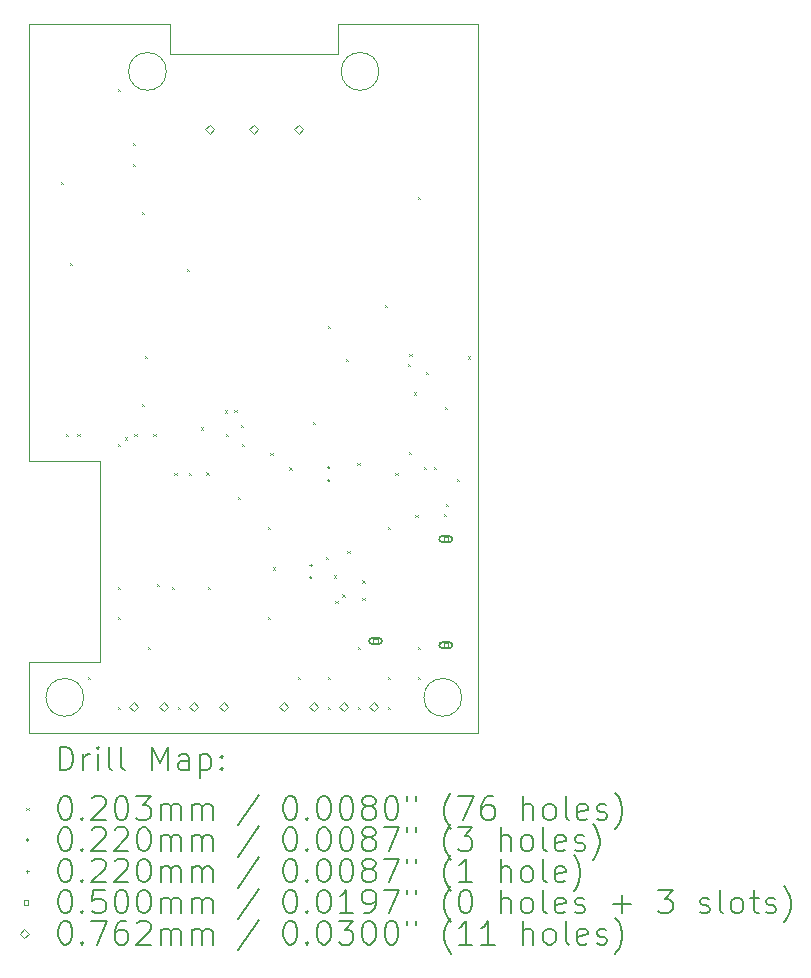
<source format=gbr>
%TF.GenerationSoftware,KiCad,Pcbnew,7.0.5*%
%TF.CreationDate,2023-06-16T17:13:40-04:00*%
%TF.ProjectId,ESP32Sensor-Sensor_board,45535033-3253-4656-9e73-6f722d53656e,rev?*%
%TF.SameCoordinates,Original*%
%TF.FileFunction,Drillmap*%
%TF.FilePolarity,Positive*%
%FSLAX45Y45*%
G04 Gerber Fmt 4.5, Leading zero omitted, Abs format (unit mm)*
G04 Created by KiCad (PCBNEW 7.0.5) date 2023-06-16 17:13:40*
%MOMM*%
%LPD*%
G01*
G04 APERTURE LIST*
%ADD10C,0.100000*%
%ADD11C,0.200000*%
%ADD12C,0.020320*%
%ADD13C,0.022000*%
%ADD14C,0.022030*%
%ADD15C,0.050000*%
%ADD16C,0.076200*%
G04 APERTURE END LIST*
D10*
X-1300000Y-3700000D02*
X-1300000Y-5400000D01*
X1900000Y-6000000D02*
X-1900000Y-6000000D01*
X-1900000Y0D02*
X-711200Y0D01*
X-740000Y-400000D02*
G75*
G03*
X-740000Y-400000I-160000J0D01*
G01*
X1760000Y-5700000D02*
G75*
G03*
X1760000Y-5700000I-160000J0D01*
G01*
X-1900000Y-3700000D02*
X-1300000Y-3700000D01*
X1900000Y0D02*
X1900000Y-6000000D01*
X-1900000Y-5400000D02*
X-1300000Y-5400000D01*
X-711200Y-254000D02*
X-711200Y0D01*
X-1900000Y0D02*
X-1900000Y-3700000D01*
X711200Y0D02*
X1900000Y0D01*
X-1440000Y-5700000D02*
G75*
G03*
X-1440000Y-5700000I-160000J0D01*
G01*
X711200Y0D02*
X711200Y-254000D01*
X711200Y-254000D02*
X-711200Y-254000D01*
X1060000Y-400000D02*
G75*
G03*
X1060000Y-400000I-160000J0D01*
G01*
X-1900000Y-6000000D02*
X-1900000Y-5400000D01*
D11*
D12*
X-1635760Y-1336040D02*
X-1615440Y-1356360D01*
X-1615440Y-1336040D02*
X-1635760Y-1356360D01*
X-1591340Y-3468340D02*
X-1571020Y-3488660D01*
X-1571020Y-3468340D02*
X-1591340Y-3488660D01*
X-1559560Y-2021840D02*
X-1539240Y-2042160D01*
X-1539240Y-2021840D02*
X-1559560Y-2042160D01*
X-1495050Y-3469850D02*
X-1474730Y-3490170D01*
X-1474730Y-3469850D02*
X-1495050Y-3490170D01*
X-1407160Y-5527040D02*
X-1386840Y-5547360D01*
X-1386840Y-5527040D02*
X-1407160Y-5547360D01*
X-1153160Y-548640D02*
X-1132840Y-568960D01*
X-1132840Y-548640D02*
X-1153160Y-568960D01*
X-1153160Y-4765040D02*
X-1132840Y-4785360D01*
X-1132840Y-4765040D02*
X-1153160Y-4785360D01*
X-1153160Y-5019040D02*
X-1132840Y-5039360D01*
X-1132840Y-5019040D02*
X-1153160Y-5039360D01*
X-1153160Y-5781040D02*
X-1132840Y-5801360D01*
X-1132840Y-5781040D02*
X-1153160Y-5801360D01*
X-1150670Y-3553300D02*
X-1130350Y-3573620D01*
X-1130350Y-3553300D02*
X-1150670Y-3573620D01*
X-1091390Y-3497560D02*
X-1071070Y-3517880D01*
X-1071070Y-3497560D02*
X-1091390Y-3517880D01*
X-1026160Y-1005840D02*
X-1005840Y-1026160D01*
X-1005840Y-1005840D02*
X-1026160Y-1026160D01*
X-1026160Y-1183640D02*
X-1005840Y-1203960D01*
X-1005840Y-1183640D02*
X-1026160Y-1203960D01*
X-1010250Y-3470110D02*
X-989930Y-3490430D01*
X-989930Y-3470110D02*
X-1010250Y-3490430D01*
X-949960Y-1590040D02*
X-929640Y-1610360D01*
X-929640Y-1590040D02*
X-949960Y-1610360D01*
X-949960Y-3215640D02*
X-929640Y-3235960D01*
X-929640Y-3215640D02*
X-949960Y-3235960D01*
X-924560Y-2809240D02*
X-904240Y-2829560D01*
X-904240Y-2809240D02*
X-924560Y-2829560D01*
X-899160Y-5273040D02*
X-878840Y-5293360D01*
X-878840Y-5273040D02*
X-899160Y-5293360D01*
X-852100Y-3470020D02*
X-831780Y-3490340D01*
X-831780Y-3470020D02*
X-852100Y-3490340D01*
X-822960Y-4739640D02*
X-802640Y-4759960D01*
X-802640Y-4739640D02*
X-822960Y-4759960D01*
X-695960Y-4765040D02*
X-675640Y-4785360D01*
X-675640Y-4765040D02*
X-695960Y-4785360D01*
X-672610Y-3796790D02*
X-652290Y-3817110D01*
X-652290Y-3796790D02*
X-672610Y-3817110D01*
X-645160Y-5781040D02*
X-624840Y-5801360D01*
X-624840Y-5781040D02*
X-645160Y-5801360D01*
X-568960Y-2072640D02*
X-548640Y-2092960D01*
X-548640Y-2072640D02*
X-568960Y-2092960D01*
X-550670Y-3796840D02*
X-530350Y-3817160D01*
X-530350Y-3796840D02*
X-550670Y-3817160D01*
X-447135Y-3412045D02*
X-426815Y-3432365D01*
X-426815Y-3412045D02*
X-447135Y-3432365D01*
X-400670Y-3795790D02*
X-380350Y-3816110D01*
X-380350Y-3795790D02*
X-400670Y-3816110D01*
X-391160Y-4765040D02*
X-370840Y-4785360D01*
X-370840Y-4765040D02*
X-391160Y-4785360D01*
X-244790Y-3270980D02*
X-224470Y-3291300D01*
X-224470Y-3270980D02*
X-244790Y-3291300D01*
X-238760Y-3469640D02*
X-218440Y-3489960D01*
X-218440Y-3469640D02*
X-238760Y-3489960D01*
X-164430Y-3265710D02*
X-144110Y-3286030D01*
X-144110Y-3265710D02*
X-164430Y-3286030D01*
X-137160Y-4003040D02*
X-116840Y-4023360D01*
X-116840Y-4003040D02*
X-137160Y-4023360D01*
X-108820Y-3391560D02*
X-88500Y-3411880D01*
X-88500Y-3391560D02*
X-108820Y-3411880D01*
X-101310Y-3553760D02*
X-80990Y-3574080D01*
X-80990Y-3553760D02*
X-101310Y-3574080D01*
X116840Y-4257040D02*
X137160Y-4277360D01*
X137160Y-4257040D02*
X116840Y-4277360D01*
X116840Y-5019040D02*
X137160Y-5039360D01*
X137160Y-5019040D02*
X116840Y-5039360D01*
X140010Y-3629130D02*
X160330Y-3649450D01*
X160330Y-3629130D02*
X140010Y-3649450D01*
X160330Y-4599840D02*
X180650Y-4620160D01*
X180650Y-4599840D02*
X160330Y-4620160D01*
X299750Y-3751790D02*
X320070Y-3772110D01*
X320070Y-3751790D02*
X299750Y-3772110D01*
X370840Y-5527040D02*
X391160Y-5547360D01*
X391160Y-5527040D02*
X370840Y-5547360D01*
X497840Y-3368040D02*
X518160Y-3388360D01*
X518160Y-3368040D02*
X497840Y-3388360D01*
X612130Y-4508050D02*
X632450Y-4528370D01*
X632450Y-4508050D02*
X612130Y-4528370D01*
X624840Y-2555240D02*
X645160Y-2575560D01*
X645160Y-2555240D02*
X624840Y-2575560D01*
X624840Y-5527040D02*
X645160Y-5547360D01*
X645160Y-5527040D02*
X624840Y-5547360D01*
X624840Y-5781040D02*
X645160Y-5801360D01*
X645160Y-5781040D02*
X624840Y-5801360D01*
X677370Y-4665720D02*
X697690Y-4686040D01*
X697690Y-4665720D02*
X677370Y-4686040D01*
X689550Y-4882670D02*
X709870Y-4902990D01*
X709870Y-4882670D02*
X689550Y-4902990D01*
X748300Y-4827760D02*
X768620Y-4848080D01*
X768620Y-4827760D02*
X748300Y-4848080D01*
X777240Y-2834640D02*
X797560Y-2854960D01*
X797560Y-2834640D02*
X777240Y-2854960D01*
X790550Y-4458910D02*
X810870Y-4479230D01*
X810870Y-4458910D02*
X790550Y-4479230D01*
X875850Y-3712830D02*
X896170Y-3733150D01*
X896170Y-3712830D02*
X875850Y-3733150D01*
X878840Y-5273040D02*
X899160Y-5293360D01*
X899160Y-5273040D02*
X878840Y-5293360D01*
X878840Y-5781040D02*
X899160Y-5801360D01*
X899160Y-5781040D02*
X878840Y-5801360D01*
X917700Y-4855840D02*
X938020Y-4876160D01*
X938020Y-4855840D02*
X917700Y-4876160D01*
X919040Y-4708250D02*
X939360Y-4728570D01*
X939360Y-4708250D02*
X919040Y-4728570D01*
X1107440Y-2377440D02*
X1127760Y-2397760D01*
X1127760Y-2377440D02*
X1107440Y-2397760D01*
X1132840Y-4257040D02*
X1153160Y-4277360D01*
X1153160Y-4257040D02*
X1132840Y-4277360D01*
X1132840Y-5527040D02*
X1153160Y-5547360D01*
X1153160Y-5527040D02*
X1132840Y-5547360D01*
X1132840Y-5781040D02*
X1153160Y-5801360D01*
X1153160Y-5781040D02*
X1132840Y-5801360D01*
X1197680Y-3800460D02*
X1218000Y-3820780D01*
X1218000Y-3800460D02*
X1197680Y-3820780D01*
X1306360Y-2876140D02*
X1326680Y-2896460D01*
X1326680Y-2876140D02*
X1306360Y-2896460D01*
X1310640Y-3622040D02*
X1330960Y-3642360D01*
X1330960Y-3622040D02*
X1310640Y-3642360D01*
X1317440Y-2792230D02*
X1337760Y-2812550D01*
X1337760Y-2792230D02*
X1317440Y-2812550D01*
X1357150Y-3118120D02*
X1377470Y-3138440D01*
X1377470Y-3118120D02*
X1357150Y-3138440D01*
X1366450Y-4155160D02*
X1386770Y-4175480D01*
X1386770Y-4155160D02*
X1366450Y-4175480D01*
X1386840Y-1463040D02*
X1407160Y-1483360D01*
X1407160Y-1463040D02*
X1386840Y-1483360D01*
X1386840Y-5273040D02*
X1407160Y-5293360D01*
X1407160Y-5273040D02*
X1386840Y-5293360D01*
X1386840Y-5527040D02*
X1407160Y-5547360D01*
X1407160Y-5527040D02*
X1386840Y-5547360D01*
X1440920Y-3747470D02*
X1461240Y-3767790D01*
X1461240Y-3747470D02*
X1440920Y-3767790D01*
X1455470Y-2940920D02*
X1475790Y-2961240D01*
X1475790Y-2940920D02*
X1455470Y-2961240D01*
X1522130Y-3748590D02*
X1542450Y-3768910D01*
X1542450Y-3748590D02*
X1522130Y-3768910D01*
X1606730Y-4144800D02*
X1627050Y-4165120D01*
X1627050Y-4144800D02*
X1606730Y-4165120D01*
X1615440Y-3241040D02*
X1635760Y-3261360D01*
X1635760Y-3241040D02*
X1615440Y-3261360D01*
X1627330Y-4063010D02*
X1647650Y-4083330D01*
X1647650Y-4063010D02*
X1627330Y-4083330D01*
X1717040Y-3850640D02*
X1737360Y-3870960D01*
X1737360Y-3850640D02*
X1717040Y-3870960D01*
X1812600Y-2813550D02*
X1832920Y-2833870D01*
X1832920Y-2813550D02*
X1812600Y-2833870D01*
D13*
X493750Y-4689000D02*
G75*
G03*
X493750Y-4689000I-11000J0D01*
G01*
X646000Y-3755000D02*
G75*
G03*
X646000Y-3755000I-11000J0D01*
G01*
X646000Y-3865000D02*
G75*
G03*
X646000Y-3865000I-11000J0D01*
G01*
D14*
X482750Y-4567985D02*
X482750Y-4590015D01*
X471735Y-4579000D02*
X493765Y-4579000D01*
D15*
X1048278Y-5239478D02*
X1048278Y-5204122D01*
X1012922Y-5204122D01*
X1012922Y-5239478D01*
X1048278Y-5239478D01*
D11*
X1000600Y-5246800D02*
X1060600Y-5246800D01*
X1060600Y-5246800D02*
G75*
G03*
X1060600Y-5196800I0J25000D01*
G01*
X1060600Y-5196800D02*
X1000600Y-5196800D01*
X1000600Y-5196800D02*
G75*
G03*
X1000600Y-5246800I0J-25000D01*
G01*
D15*
X1643278Y-4377478D02*
X1643278Y-4342122D01*
X1607922Y-4342122D01*
X1607922Y-4377478D01*
X1643278Y-4377478D01*
D11*
X1595600Y-4384800D02*
X1655600Y-4384800D01*
X1655600Y-4384800D02*
G75*
G03*
X1655600Y-4334800I0J25000D01*
G01*
X1655600Y-4334800D02*
X1595600Y-4334800D01*
X1595600Y-4334800D02*
G75*
G03*
X1595600Y-4384800I0J-25000D01*
G01*
D15*
X1643278Y-5275478D02*
X1643278Y-5240122D01*
X1607922Y-5240122D01*
X1607922Y-5275478D01*
X1643278Y-5275478D01*
D11*
X1595600Y-5282800D02*
X1655600Y-5282800D01*
X1655600Y-5282800D02*
G75*
G03*
X1655600Y-5232800I0J25000D01*
G01*
X1655600Y-5232800D02*
X1595600Y-5232800D01*
X1595600Y-5232800D02*
G75*
G03*
X1595600Y-5282800I0J-25000D01*
G01*
D16*
X-1016000Y-5816600D02*
X-977900Y-5778500D01*
X-1016000Y-5740400D01*
X-1054100Y-5778500D01*
X-1016000Y-5816600D01*
X-762000Y-5816600D02*
X-723900Y-5778500D01*
X-762000Y-5740400D01*
X-800100Y-5778500D01*
X-762000Y-5816600D01*
X-508000Y-5816600D02*
X-469900Y-5778500D01*
X-508000Y-5740400D01*
X-546100Y-5778500D01*
X-508000Y-5816600D01*
X-374650Y-927100D02*
X-336550Y-889000D01*
X-374650Y-850900D01*
X-412750Y-889000D01*
X-374650Y-927100D01*
X-254000Y-5816600D02*
X-215900Y-5778500D01*
X-254000Y-5740400D01*
X-292100Y-5778500D01*
X-254000Y-5816600D01*
X0Y-927100D02*
X38100Y-889000D01*
X0Y-850900D01*
X-38100Y-889000D01*
X0Y-927100D01*
X254000Y-5816600D02*
X292100Y-5778500D01*
X254000Y-5740400D01*
X215900Y-5778500D01*
X254000Y-5816600D01*
X381000Y-927100D02*
X419100Y-889000D01*
X381000Y-850900D01*
X342900Y-889000D01*
X381000Y-927100D01*
X508000Y-5816600D02*
X546100Y-5778500D01*
X508000Y-5740400D01*
X469900Y-5778500D01*
X508000Y-5816600D01*
X762000Y-5816600D02*
X800100Y-5778500D01*
X762000Y-5740400D01*
X723900Y-5778500D01*
X762000Y-5816600D01*
X1016000Y-5816600D02*
X1054100Y-5778500D01*
X1016000Y-5740400D01*
X977900Y-5778500D01*
X1016000Y-5816600D01*
D11*
X-1644223Y-6316484D02*
X-1644223Y-6116484D01*
X-1644223Y-6116484D02*
X-1596604Y-6116484D01*
X-1596604Y-6116484D02*
X-1568033Y-6126008D01*
X-1568033Y-6126008D02*
X-1548985Y-6145055D01*
X-1548985Y-6145055D02*
X-1539461Y-6164103D01*
X-1539461Y-6164103D02*
X-1529937Y-6202198D01*
X-1529937Y-6202198D02*
X-1529937Y-6230769D01*
X-1529937Y-6230769D02*
X-1539461Y-6268865D01*
X-1539461Y-6268865D02*
X-1548985Y-6287912D01*
X-1548985Y-6287912D02*
X-1568033Y-6306960D01*
X-1568033Y-6306960D02*
X-1596604Y-6316484D01*
X-1596604Y-6316484D02*
X-1644223Y-6316484D01*
X-1444223Y-6316484D02*
X-1444223Y-6183150D01*
X-1444223Y-6221246D02*
X-1434699Y-6202198D01*
X-1434699Y-6202198D02*
X-1425175Y-6192674D01*
X-1425175Y-6192674D02*
X-1406128Y-6183150D01*
X-1406128Y-6183150D02*
X-1387080Y-6183150D01*
X-1320414Y-6316484D02*
X-1320414Y-6183150D01*
X-1320414Y-6116484D02*
X-1329937Y-6126008D01*
X-1329937Y-6126008D02*
X-1320414Y-6135531D01*
X-1320414Y-6135531D02*
X-1310890Y-6126008D01*
X-1310890Y-6126008D02*
X-1320414Y-6116484D01*
X-1320414Y-6116484D02*
X-1320414Y-6135531D01*
X-1196604Y-6316484D02*
X-1215652Y-6306960D01*
X-1215652Y-6306960D02*
X-1225176Y-6287912D01*
X-1225176Y-6287912D02*
X-1225176Y-6116484D01*
X-1091842Y-6316484D02*
X-1110890Y-6306960D01*
X-1110890Y-6306960D02*
X-1120414Y-6287912D01*
X-1120414Y-6287912D02*
X-1120414Y-6116484D01*
X-863271Y-6316484D02*
X-863271Y-6116484D01*
X-863271Y-6116484D02*
X-796604Y-6259341D01*
X-796604Y-6259341D02*
X-729937Y-6116484D01*
X-729937Y-6116484D02*
X-729937Y-6316484D01*
X-548985Y-6316484D02*
X-548985Y-6211722D01*
X-548985Y-6211722D02*
X-558509Y-6192674D01*
X-558509Y-6192674D02*
X-577556Y-6183150D01*
X-577556Y-6183150D02*
X-615652Y-6183150D01*
X-615652Y-6183150D02*
X-634699Y-6192674D01*
X-548985Y-6306960D02*
X-568033Y-6316484D01*
X-568033Y-6316484D02*
X-615652Y-6316484D01*
X-615652Y-6316484D02*
X-634699Y-6306960D01*
X-634699Y-6306960D02*
X-644223Y-6287912D01*
X-644223Y-6287912D02*
X-644223Y-6268865D01*
X-644223Y-6268865D02*
X-634699Y-6249817D01*
X-634699Y-6249817D02*
X-615652Y-6240293D01*
X-615652Y-6240293D02*
X-568033Y-6240293D01*
X-568033Y-6240293D02*
X-548985Y-6230769D01*
X-453747Y-6183150D02*
X-453747Y-6383150D01*
X-453747Y-6192674D02*
X-434699Y-6183150D01*
X-434699Y-6183150D02*
X-396604Y-6183150D01*
X-396604Y-6183150D02*
X-377556Y-6192674D01*
X-377556Y-6192674D02*
X-368033Y-6202198D01*
X-368033Y-6202198D02*
X-358509Y-6221246D01*
X-358509Y-6221246D02*
X-358509Y-6278388D01*
X-358509Y-6278388D02*
X-368033Y-6297436D01*
X-368033Y-6297436D02*
X-377556Y-6306960D01*
X-377556Y-6306960D02*
X-396604Y-6316484D01*
X-396604Y-6316484D02*
X-434699Y-6316484D01*
X-434699Y-6316484D02*
X-453747Y-6306960D01*
X-272795Y-6297436D02*
X-263271Y-6306960D01*
X-263271Y-6306960D02*
X-272795Y-6316484D01*
X-272795Y-6316484D02*
X-282318Y-6306960D01*
X-282318Y-6306960D02*
X-272795Y-6297436D01*
X-272795Y-6297436D02*
X-272795Y-6316484D01*
X-272795Y-6192674D02*
X-263271Y-6202198D01*
X-263271Y-6202198D02*
X-272795Y-6211722D01*
X-272795Y-6211722D02*
X-282318Y-6202198D01*
X-282318Y-6202198D02*
X-272795Y-6192674D01*
X-272795Y-6192674D02*
X-272795Y-6211722D01*
D12*
X-1925320Y-6634840D02*
X-1905000Y-6655160D01*
X-1905000Y-6634840D02*
X-1925320Y-6655160D01*
D11*
X-1606128Y-6536484D02*
X-1587080Y-6536484D01*
X-1587080Y-6536484D02*
X-1568033Y-6546008D01*
X-1568033Y-6546008D02*
X-1558509Y-6555531D01*
X-1558509Y-6555531D02*
X-1548985Y-6574579D01*
X-1548985Y-6574579D02*
X-1539461Y-6612674D01*
X-1539461Y-6612674D02*
X-1539461Y-6660293D01*
X-1539461Y-6660293D02*
X-1548985Y-6698388D01*
X-1548985Y-6698388D02*
X-1558509Y-6717436D01*
X-1558509Y-6717436D02*
X-1568033Y-6726960D01*
X-1568033Y-6726960D02*
X-1587080Y-6736484D01*
X-1587080Y-6736484D02*
X-1606128Y-6736484D01*
X-1606128Y-6736484D02*
X-1625175Y-6726960D01*
X-1625175Y-6726960D02*
X-1634699Y-6717436D01*
X-1634699Y-6717436D02*
X-1644223Y-6698388D01*
X-1644223Y-6698388D02*
X-1653747Y-6660293D01*
X-1653747Y-6660293D02*
X-1653747Y-6612674D01*
X-1653747Y-6612674D02*
X-1644223Y-6574579D01*
X-1644223Y-6574579D02*
X-1634699Y-6555531D01*
X-1634699Y-6555531D02*
X-1625175Y-6546008D01*
X-1625175Y-6546008D02*
X-1606128Y-6536484D01*
X-1453747Y-6717436D02*
X-1444223Y-6726960D01*
X-1444223Y-6726960D02*
X-1453747Y-6736484D01*
X-1453747Y-6736484D02*
X-1463271Y-6726960D01*
X-1463271Y-6726960D02*
X-1453747Y-6717436D01*
X-1453747Y-6717436D02*
X-1453747Y-6736484D01*
X-1368033Y-6555531D02*
X-1358509Y-6546008D01*
X-1358509Y-6546008D02*
X-1339461Y-6536484D01*
X-1339461Y-6536484D02*
X-1291842Y-6536484D01*
X-1291842Y-6536484D02*
X-1272795Y-6546008D01*
X-1272795Y-6546008D02*
X-1263271Y-6555531D01*
X-1263271Y-6555531D02*
X-1253747Y-6574579D01*
X-1253747Y-6574579D02*
X-1253747Y-6593627D01*
X-1253747Y-6593627D02*
X-1263271Y-6622198D01*
X-1263271Y-6622198D02*
X-1377556Y-6736484D01*
X-1377556Y-6736484D02*
X-1253747Y-6736484D01*
X-1129937Y-6536484D02*
X-1110890Y-6536484D01*
X-1110890Y-6536484D02*
X-1091842Y-6546008D01*
X-1091842Y-6546008D02*
X-1082318Y-6555531D01*
X-1082318Y-6555531D02*
X-1072795Y-6574579D01*
X-1072795Y-6574579D02*
X-1063271Y-6612674D01*
X-1063271Y-6612674D02*
X-1063271Y-6660293D01*
X-1063271Y-6660293D02*
X-1072795Y-6698388D01*
X-1072795Y-6698388D02*
X-1082318Y-6717436D01*
X-1082318Y-6717436D02*
X-1091842Y-6726960D01*
X-1091842Y-6726960D02*
X-1110890Y-6736484D01*
X-1110890Y-6736484D02*
X-1129937Y-6736484D01*
X-1129937Y-6736484D02*
X-1148985Y-6726960D01*
X-1148985Y-6726960D02*
X-1158509Y-6717436D01*
X-1158509Y-6717436D02*
X-1168033Y-6698388D01*
X-1168033Y-6698388D02*
X-1177556Y-6660293D01*
X-1177556Y-6660293D02*
X-1177556Y-6612674D01*
X-1177556Y-6612674D02*
X-1168033Y-6574579D01*
X-1168033Y-6574579D02*
X-1158509Y-6555531D01*
X-1158509Y-6555531D02*
X-1148985Y-6546008D01*
X-1148985Y-6546008D02*
X-1129937Y-6536484D01*
X-996604Y-6536484D02*
X-872794Y-6536484D01*
X-872794Y-6536484D02*
X-939461Y-6612674D01*
X-939461Y-6612674D02*
X-910890Y-6612674D01*
X-910890Y-6612674D02*
X-891842Y-6622198D01*
X-891842Y-6622198D02*
X-882318Y-6631722D01*
X-882318Y-6631722D02*
X-872794Y-6650769D01*
X-872794Y-6650769D02*
X-872794Y-6698388D01*
X-872794Y-6698388D02*
X-882318Y-6717436D01*
X-882318Y-6717436D02*
X-891842Y-6726960D01*
X-891842Y-6726960D02*
X-910890Y-6736484D01*
X-910890Y-6736484D02*
X-968033Y-6736484D01*
X-968033Y-6736484D02*
X-987080Y-6726960D01*
X-987080Y-6726960D02*
X-996604Y-6717436D01*
X-787080Y-6736484D02*
X-787080Y-6603150D01*
X-787080Y-6622198D02*
X-777556Y-6612674D01*
X-777556Y-6612674D02*
X-758509Y-6603150D01*
X-758509Y-6603150D02*
X-729937Y-6603150D01*
X-729937Y-6603150D02*
X-710890Y-6612674D01*
X-710890Y-6612674D02*
X-701366Y-6631722D01*
X-701366Y-6631722D02*
X-701366Y-6736484D01*
X-701366Y-6631722D02*
X-691842Y-6612674D01*
X-691842Y-6612674D02*
X-672795Y-6603150D01*
X-672795Y-6603150D02*
X-644223Y-6603150D01*
X-644223Y-6603150D02*
X-625175Y-6612674D01*
X-625175Y-6612674D02*
X-615652Y-6631722D01*
X-615652Y-6631722D02*
X-615652Y-6736484D01*
X-520413Y-6736484D02*
X-520413Y-6603150D01*
X-520413Y-6622198D02*
X-510890Y-6612674D01*
X-510890Y-6612674D02*
X-491842Y-6603150D01*
X-491842Y-6603150D02*
X-463271Y-6603150D01*
X-463271Y-6603150D02*
X-444223Y-6612674D01*
X-444223Y-6612674D02*
X-434699Y-6631722D01*
X-434699Y-6631722D02*
X-434699Y-6736484D01*
X-434699Y-6631722D02*
X-425175Y-6612674D01*
X-425175Y-6612674D02*
X-406128Y-6603150D01*
X-406128Y-6603150D02*
X-377556Y-6603150D01*
X-377556Y-6603150D02*
X-358509Y-6612674D01*
X-358509Y-6612674D02*
X-348985Y-6631722D01*
X-348985Y-6631722D02*
X-348985Y-6736484D01*
X41491Y-6526960D02*
X-129937Y-6784103D01*
X298634Y-6536484D02*
X317682Y-6536484D01*
X317682Y-6536484D02*
X336729Y-6546008D01*
X336729Y-6546008D02*
X346253Y-6555531D01*
X346253Y-6555531D02*
X355777Y-6574579D01*
X355777Y-6574579D02*
X365301Y-6612674D01*
X365301Y-6612674D02*
X365301Y-6660293D01*
X365301Y-6660293D02*
X355777Y-6698388D01*
X355777Y-6698388D02*
X346253Y-6717436D01*
X346253Y-6717436D02*
X336729Y-6726960D01*
X336729Y-6726960D02*
X317682Y-6736484D01*
X317682Y-6736484D02*
X298634Y-6736484D01*
X298634Y-6736484D02*
X279587Y-6726960D01*
X279587Y-6726960D02*
X270063Y-6717436D01*
X270063Y-6717436D02*
X260539Y-6698388D01*
X260539Y-6698388D02*
X251015Y-6660293D01*
X251015Y-6660293D02*
X251015Y-6612674D01*
X251015Y-6612674D02*
X260539Y-6574579D01*
X260539Y-6574579D02*
X270063Y-6555531D01*
X270063Y-6555531D02*
X279587Y-6546008D01*
X279587Y-6546008D02*
X298634Y-6536484D01*
X451015Y-6717436D02*
X460539Y-6726960D01*
X460539Y-6726960D02*
X451015Y-6736484D01*
X451015Y-6736484D02*
X441491Y-6726960D01*
X441491Y-6726960D02*
X451015Y-6717436D01*
X451015Y-6717436D02*
X451015Y-6736484D01*
X584348Y-6536484D02*
X603396Y-6536484D01*
X603396Y-6536484D02*
X622444Y-6546008D01*
X622444Y-6546008D02*
X631968Y-6555531D01*
X631968Y-6555531D02*
X641491Y-6574579D01*
X641491Y-6574579D02*
X651015Y-6612674D01*
X651015Y-6612674D02*
X651015Y-6660293D01*
X651015Y-6660293D02*
X641491Y-6698388D01*
X641491Y-6698388D02*
X631968Y-6717436D01*
X631968Y-6717436D02*
X622444Y-6726960D01*
X622444Y-6726960D02*
X603396Y-6736484D01*
X603396Y-6736484D02*
X584348Y-6736484D01*
X584348Y-6736484D02*
X565301Y-6726960D01*
X565301Y-6726960D02*
X555777Y-6717436D01*
X555777Y-6717436D02*
X546253Y-6698388D01*
X546253Y-6698388D02*
X536729Y-6660293D01*
X536729Y-6660293D02*
X536729Y-6612674D01*
X536729Y-6612674D02*
X546253Y-6574579D01*
X546253Y-6574579D02*
X555777Y-6555531D01*
X555777Y-6555531D02*
X565301Y-6546008D01*
X565301Y-6546008D02*
X584348Y-6536484D01*
X774825Y-6536484D02*
X793872Y-6536484D01*
X793872Y-6536484D02*
X812920Y-6546008D01*
X812920Y-6546008D02*
X822444Y-6555531D01*
X822444Y-6555531D02*
X831967Y-6574579D01*
X831967Y-6574579D02*
X841491Y-6612674D01*
X841491Y-6612674D02*
X841491Y-6660293D01*
X841491Y-6660293D02*
X831967Y-6698388D01*
X831967Y-6698388D02*
X822444Y-6717436D01*
X822444Y-6717436D02*
X812920Y-6726960D01*
X812920Y-6726960D02*
X793872Y-6736484D01*
X793872Y-6736484D02*
X774825Y-6736484D01*
X774825Y-6736484D02*
X755777Y-6726960D01*
X755777Y-6726960D02*
X746253Y-6717436D01*
X746253Y-6717436D02*
X736729Y-6698388D01*
X736729Y-6698388D02*
X727206Y-6660293D01*
X727206Y-6660293D02*
X727206Y-6612674D01*
X727206Y-6612674D02*
X736729Y-6574579D01*
X736729Y-6574579D02*
X746253Y-6555531D01*
X746253Y-6555531D02*
X755777Y-6546008D01*
X755777Y-6546008D02*
X774825Y-6536484D01*
X955777Y-6622198D02*
X936729Y-6612674D01*
X936729Y-6612674D02*
X927206Y-6603150D01*
X927206Y-6603150D02*
X917682Y-6584103D01*
X917682Y-6584103D02*
X917682Y-6574579D01*
X917682Y-6574579D02*
X927206Y-6555531D01*
X927206Y-6555531D02*
X936729Y-6546008D01*
X936729Y-6546008D02*
X955777Y-6536484D01*
X955777Y-6536484D02*
X993872Y-6536484D01*
X993872Y-6536484D02*
X1012920Y-6546008D01*
X1012920Y-6546008D02*
X1022444Y-6555531D01*
X1022444Y-6555531D02*
X1031967Y-6574579D01*
X1031967Y-6574579D02*
X1031967Y-6584103D01*
X1031967Y-6584103D02*
X1022444Y-6603150D01*
X1022444Y-6603150D02*
X1012920Y-6612674D01*
X1012920Y-6612674D02*
X993872Y-6622198D01*
X993872Y-6622198D02*
X955777Y-6622198D01*
X955777Y-6622198D02*
X936729Y-6631722D01*
X936729Y-6631722D02*
X927206Y-6641246D01*
X927206Y-6641246D02*
X917682Y-6660293D01*
X917682Y-6660293D02*
X917682Y-6698388D01*
X917682Y-6698388D02*
X927206Y-6717436D01*
X927206Y-6717436D02*
X936729Y-6726960D01*
X936729Y-6726960D02*
X955777Y-6736484D01*
X955777Y-6736484D02*
X993872Y-6736484D01*
X993872Y-6736484D02*
X1012920Y-6726960D01*
X1012920Y-6726960D02*
X1022444Y-6717436D01*
X1022444Y-6717436D02*
X1031967Y-6698388D01*
X1031967Y-6698388D02*
X1031967Y-6660293D01*
X1031967Y-6660293D02*
X1022444Y-6641246D01*
X1022444Y-6641246D02*
X1012920Y-6631722D01*
X1012920Y-6631722D02*
X993872Y-6622198D01*
X1155777Y-6536484D02*
X1174825Y-6536484D01*
X1174825Y-6536484D02*
X1193872Y-6546008D01*
X1193872Y-6546008D02*
X1203396Y-6555531D01*
X1203396Y-6555531D02*
X1212920Y-6574579D01*
X1212920Y-6574579D02*
X1222444Y-6612674D01*
X1222444Y-6612674D02*
X1222444Y-6660293D01*
X1222444Y-6660293D02*
X1212920Y-6698388D01*
X1212920Y-6698388D02*
X1203396Y-6717436D01*
X1203396Y-6717436D02*
X1193872Y-6726960D01*
X1193872Y-6726960D02*
X1174825Y-6736484D01*
X1174825Y-6736484D02*
X1155777Y-6736484D01*
X1155777Y-6736484D02*
X1136729Y-6726960D01*
X1136729Y-6726960D02*
X1127206Y-6717436D01*
X1127206Y-6717436D02*
X1117682Y-6698388D01*
X1117682Y-6698388D02*
X1108158Y-6660293D01*
X1108158Y-6660293D02*
X1108158Y-6612674D01*
X1108158Y-6612674D02*
X1117682Y-6574579D01*
X1117682Y-6574579D02*
X1127206Y-6555531D01*
X1127206Y-6555531D02*
X1136729Y-6546008D01*
X1136729Y-6546008D02*
X1155777Y-6536484D01*
X1298634Y-6536484D02*
X1298634Y-6574579D01*
X1374825Y-6536484D02*
X1374825Y-6574579D01*
X1670063Y-6812674D02*
X1660539Y-6803150D01*
X1660539Y-6803150D02*
X1641491Y-6774579D01*
X1641491Y-6774579D02*
X1631968Y-6755531D01*
X1631968Y-6755531D02*
X1622444Y-6726960D01*
X1622444Y-6726960D02*
X1612920Y-6679341D01*
X1612920Y-6679341D02*
X1612920Y-6641246D01*
X1612920Y-6641246D02*
X1622444Y-6593627D01*
X1622444Y-6593627D02*
X1631968Y-6565055D01*
X1631968Y-6565055D02*
X1641491Y-6546008D01*
X1641491Y-6546008D02*
X1660539Y-6517436D01*
X1660539Y-6517436D02*
X1670063Y-6507912D01*
X1727206Y-6536484D02*
X1860539Y-6536484D01*
X1860539Y-6536484D02*
X1774825Y-6736484D01*
X2022444Y-6536484D02*
X1984348Y-6536484D01*
X1984348Y-6536484D02*
X1965301Y-6546008D01*
X1965301Y-6546008D02*
X1955777Y-6555531D01*
X1955777Y-6555531D02*
X1936729Y-6584103D01*
X1936729Y-6584103D02*
X1927206Y-6622198D01*
X1927206Y-6622198D02*
X1927206Y-6698388D01*
X1927206Y-6698388D02*
X1936729Y-6717436D01*
X1936729Y-6717436D02*
X1946253Y-6726960D01*
X1946253Y-6726960D02*
X1965301Y-6736484D01*
X1965301Y-6736484D02*
X2003396Y-6736484D01*
X2003396Y-6736484D02*
X2022444Y-6726960D01*
X2022444Y-6726960D02*
X2031968Y-6717436D01*
X2031968Y-6717436D02*
X2041491Y-6698388D01*
X2041491Y-6698388D02*
X2041491Y-6650769D01*
X2041491Y-6650769D02*
X2031968Y-6631722D01*
X2031968Y-6631722D02*
X2022444Y-6622198D01*
X2022444Y-6622198D02*
X2003396Y-6612674D01*
X2003396Y-6612674D02*
X1965301Y-6612674D01*
X1965301Y-6612674D02*
X1946253Y-6622198D01*
X1946253Y-6622198D02*
X1936729Y-6631722D01*
X1936729Y-6631722D02*
X1927206Y-6650769D01*
X2279587Y-6736484D02*
X2279587Y-6536484D01*
X2365301Y-6736484D02*
X2365301Y-6631722D01*
X2365301Y-6631722D02*
X2355777Y-6612674D01*
X2355777Y-6612674D02*
X2336730Y-6603150D01*
X2336730Y-6603150D02*
X2308158Y-6603150D01*
X2308158Y-6603150D02*
X2289111Y-6612674D01*
X2289111Y-6612674D02*
X2279587Y-6622198D01*
X2489111Y-6736484D02*
X2470063Y-6726960D01*
X2470063Y-6726960D02*
X2460539Y-6717436D01*
X2460539Y-6717436D02*
X2451015Y-6698388D01*
X2451015Y-6698388D02*
X2451015Y-6641246D01*
X2451015Y-6641246D02*
X2460539Y-6622198D01*
X2460539Y-6622198D02*
X2470063Y-6612674D01*
X2470063Y-6612674D02*
X2489111Y-6603150D01*
X2489111Y-6603150D02*
X2517682Y-6603150D01*
X2517682Y-6603150D02*
X2536730Y-6612674D01*
X2536730Y-6612674D02*
X2546253Y-6622198D01*
X2546253Y-6622198D02*
X2555777Y-6641246D01*
X2555777Y-6641246D02*
X2555777Y-6698388D01*
X2555777Y-6698388D02*
X2546253Y-6717436D01*
X2546253Y-6717436D02*
X2536730Y-6726960D01*
X2536730Y-6726960D02*
X2517682Y-6736484D01*
X2517682Y-6736484D02*
X2489111Y-6736484D01*
X2670063Y-6736484D02*
X2651015Y-6726960D01*
X2651015Y-6726960D02*
X2641492Y-6707912D01*
X2641492Y-6707912D02*
X2641492Y-6536484D01*
X2822444Y-6726960D02*
X2803396Y-6736484D01*
X2803396Y-6736484D02*
X2765301Y-6736484D01*
X2765301Y-6736484D02*
X2746253Y-6726960D01*
X2746253Y-6726960D02*
X2736730Y-6707912D01*
X2736730Y-6707912D02*
X2736730Y-6631722D01*
X2736730Y-6631722D02*
X2746253Y-6612674D01*
X2746253Y-6612674D02*
X2765301Y-6603150D01*
X2765301Y-6603150D02*
X2803396Y-6603150D01*
X2803396Y-6603150D02*
X2822444Y-6612674D01*
X2822444Y-6612674D02*
X2831968Y-6631722D01*
X2831968Y-6631722D02*
X2831968Y-6650769D01*
X2831968Y-6650769D02*
X2736730Y-6669817D01*
X2908158Y-6726960D02*
X2927206Y-6736484D01*
X2927206Y-6736484D02*
X2965301Y-6736484D01*
X2965301Y-6736484D02*
X2984349Y-6726960D01*
X2984349Y-6726960D02*
X2993872Y-6707912D01*
X2993872Y-6707912D02*
X2993872Y-6698388D01*
X2993872Y-6698388D02*
X2984349Y-6679341D01*
X2984349Y-6679341D02*
X2965301Y-6669817D01*
X2965301Y-6669817D02*
X2936730Y-6669817D01*
X2936730Y-6669817D02*
X2917682Y-6660293D01*
X2917682Y-6660293D02*
X2908158Y-6641246D01*
X2908158Y-6641246D02*
X2908158Y-6631722D01*
X2908158Y-6631722D02*
X2917682Y-6612674D01*
X2917682Y-6612674D02*
X2936730Y-6603150D01*
X2936730Y-6603150D02*
X2965301Y-6603150D01*
X2965301Y-6603150D02*
X2984349Y-6612674D01*
X3060539Y-6812674D02*
X3070063Y-6803150D01*
X3070063Y-6803150D02*
X3089111Y-6774579D01*
X3089111Y-6774579D02*
X3098634Y-6755531D01*
X3098634Y-6755531D02*
X3108158Y-6726960D01*
X3108158Y-6726960D02*
X3117682Y-6679341D01*
X3117682Y-6679341D02*
X3117682Y-6641246D01*
X3117682Y-6641246D02*
X3108158Y-6593627D01*
X3108158Y-6593627D02*
X3098634Y-6565055D01*
X3098634Y-6565055D02*
X3089111Y-6546008D01*
X3089111Y-6546008D02*
X3070063Y-6517436D01*
X3070063Y-6517436D02*
X3060539Y-6507912D01*
D13*
X-1905000Y-6909000D02*
G75*
G03*
X-1905000Y-6909000I-11000J0D01*
G01*
D11*
X-1606128Y-6800484D02*
X-1587080Y-6800484D01*
X-1587080Y-6800484D02*
X-1568033Y-6810008D01*
X-1568033Y-6810008D02*
X-1558509Y-6819531D01*
X-1558509Y-6819531D02*
X-1548985Y-6838579D01*
X-1548985Y-6838579D02*
X-1539461Y-6876674D01*
X-1539461Y-6876674D02*
X-1539461Y-6924293D01*
X-1539461Y-6924293D02*
X-1548985Y-6962388D01*
X-1548985Y-6962388D02*
X-1558509Y-6981436D01*
X-1558509Y-6981436D02*
X-1568033Y-6990960D01*
X-1568033Y-6990960D02*
X-1587080Y-7000484D01*
X-1587080Y-7000484D02*
X-1606128Y-7000484D01*
X-1606128Y-7000484D02*
X-1625175Y-6990960D01*
X-1625175Y-6990960D02*
X-1634699Y-6981436D01*
X-1634699Y-6981436D02*
X-1644223Y-6962388D01*
X-1644223Y-6962388D02*
X-1653747Y-6924293D01*
X-1653747Y-6924293D02*
X-1653747Y-6876674D01*
X-1653747Y-6876674D02*
X-1644223Y-6838579D01*
X-1644223Y-6838579D02*
X-1634699Y-6819531D01*
X-1634699Y-6819531D02*
X-1625175Y-6810008D01*
X-1625175Y-6810008D02*
X-1606128Y-6800484D01*
X-1453747Y-6981436D02*
X-1444223Y-6990960D01*
X-1444223Y-6990960D02*
X-1453747Y-7000484D01*
X-1453747Y-7000484D02*
X-1463271Y-6990960D01*
X-1463271Y-6990960D02*
X-1453747Y-6981436D01*
X-1453747Y-6981436D02*
X-1453747Y-7000484D01*
X-1368033Y-6819531D02*
X-1358509Y-6810008D01*
X-1358509Y-6810008D02*
X-1339461Y-6800484D01*
X-1339461Y-6800484D02*
X-1291842Y-6800484D01*
X-1291842Y-6800484D02*
X-1272795Y-6810008D01*
X-1272795Y-6810008D02*
X-1263271Y-6819531D01*
X-1263271Y-6819531D02*
X-1253747Y-6838579D01*
X-1253747Y-6838579D02*
X-1253747Y-6857627D01*
X-1253747Y-6857627D02*
X-1263271Y-6886198D01*
X-1263271Y-6886198D02*
X-1377556Y-7000484D01*
X-1377556Y-7000484D02*
X-1253747Y-7000484D01*
X-1177556Y-6819531D02*
X-1168033Y-6810008D01*
X-1168033Y-6810008D02*
X-1148985Y-6800484D01*
X-1148985Y-6800484D02*
X-1101366Y-6800484D01*
X-1101366Y-6800484D02*
X-1082318Y-6810008D01*
X-1082318Y-6810008D02*
X-1072795Y-6819531D01*
X-1072795Y-6819531D02*
X-1063271Y-6838579D01*
X-1063271Y-6838579D02*
X-1063271Y-6857627D01*
X-1063271Y-6857627D02*
X-1072795Y-6886198D01*
X-1072795Y-6886198D02*
X-1187080Y-7000484D01*
X-1187080Y-7000484D02*
X-1063271Y-7000484D01*
X-939461Y-6800484D02*
X-920413Y-6800484D01*
X-920413Y-6800484D02*
X-901366Y-6810008D01*
X-901366Y-6810008D02*
X-891842Y-6819531D01*
X-891842Y-6819531D02*
X-882318Y-6838579D01*
X-882318Y-6838579D02*
X-872794Y-6876674D01*
X-872794Y-6876674D02*
X-872794Y-6924293D01*
X-872794Y-6924293D02*
X-882318Y-6962388D01*
X-882318Y-6962388D02*
X-891842Y-6981436D01*
X-891842Y-6981436D02*
X-901366Y-6990960D01*
X-901366Y-6990960D02*
X-920413Y-7000484D01*
X-920413Y-7000484D02*
X-939461Y-7000484D01*
X-939461Y-7000484D02*
X-958509Y-6990960D01*
X-958509Y-6990960D02*
X-968033Y-6981436D01*
X-968033Y-6981436D02*
X-977556Y-6962388D01*
X-977556Y-6962388D02*
X-987080Y-6924293D01*
X-987080Y-6924293D02*
X-987080Y-6876674D01*
X-987080Y-6876674D02*
X-977556Y-6838579D01*
X-977556Y-6838579D02*
X-968033Y-6819531D01*
X-968033Y-6819531D02*
X-958509Y-6810008D01*
X-958509Y-6810008D02*
X-939461Y-6800484D01*
X-787080Y-7000484D02*
X-787080Y-6867150D01*
X-787080Y-6886198D02*
X-777556Y-6876674D01*
X-777556Y-6876674D02*
X-758509Y-6867150D01*
X-758509Y-6867150D02*
X-729937Y-6867150D01*
X-729937Y-6867150D02*
X-710890Y-6876674D01*
X-710890Y-6876674D02*
X-701366Y-6895722D01*
X-701366Y-6895722D02*
X-701366Y-7000484D01*
X-701366Y-6895722D02*
X-691842Y-6876674D01*
X-691842Y-6876674D02*
X-672795Y-6867150D01*
X-672795Y-6867150D02*
X-644223Y-6867150D01*
X-644223Y-6867150D02*
X-625175Y-6876674D01*
X-625175Y-6876674D02*
X-615652Y-6895722D01*
X-615652Y-6895722D02*
X-615652Y-7000484D01*
X-520413Y-7000484D02*
X-520413Y-6867150D01*
X-520413Y-6886198D02*
X-510890Y-6876674D01*
X-510890Y-6876674D02*
X-491842Y-6867150D01*
X-491842Y-6867150D02*
X-463271Y-6867150D01*
X-463271Y-6867150D02*
X-444223Y-6876674D01*
X-444223Y-6876674D02*
X-434699Y-6895722D01*
X-434699Y-6895722D02*
X-434699Y-7000484D01*
X-434699Y-6895722D02*
X-425175Y-6876674D01*
X-425175Y-6876674D02*
X-406128Y-6867150D01*
X-406128Y-6867150D02*
X-377556Y-6867150D01*
X-377556Y-6867150D02*
X-358509Y-6876674D01*
X-358509Y-6876674D02*
X-348985Y-6895722D01*
X-348985Y-6895722D02*
X-348985Y-7000484D01*
X41491Y-6790960D02*
X-129937Y-7048103D01*
X298634Y-6800484D02*
X317682Y-6800484D01*
X317682Y-6800484D02*
X336729Y-6810008D01*
X336729Y-6810008D02*
X346253Y-6819531D01*
X346253Y-6819531D02*
X355777Y-6838579D01*
X355777Y-6838579D02*
X365301Y-6876674D01*
X365301Y-6876674D02*
X365301Y-6924293D01*
X365301Y-6924293D02*
X355777Y-6962388D01*
X355777Y-6962388D02*
X346253Y-6981436D01*
X346253Y-6981436D02*
X336729Y-6990960D01*
X336729Y-6990960D02*
X317682Y-7000484D01*
X317682Y-7000484D02*
X298634Y-7000484D01*
X298634Y-7000484D02*
X279587Y-6990960D01*
X279587Y-6990960D02*
X270063Y-6981436D01*
X270063Y-6981436D02*
X260539Y-6962388D01*
X260539Y-6962388D02*
X251015Y-6924293D01*
X251015Y-6924293D02*
X251015Y-6876674D01*
X251015Y-6876674D02*
X260539Y-6838579D01*
X260539Y-6838579D02*
X270063Y-6819531D01*
X270063Y-6819531D02*
X279587Y-6810008D01*
X279587Y-6810008D02*
X298634Y-6800484D01*
X451015Y-6981436D02*
X460539Y-6990960D01*
X460539Y-6990960D02*
X451015Y-7000484D01*
X451015Y-7000484D02*
X441491Y-6990960D01*
X441491Y-6990960D02*
X451015Y-6981436D01*
X451015Y-6981436D02*
X451015Y-7000484D01*
X584348Y-6800484D02*
X603396Y-6800484D01*
X603396Y-6800484D02*
X622444Y-6810008D01*
X622444Y-6810008D02*
X631968Y-6819531D01*
X631968Y-6819531D02*
X641491Y-6838579D01*
X641491Y-6838579D02*
X651015Y-6876674D01*
X651015Y-6876674D02*
X651015Y-6924293D01*
X651015Y-6924293D02*
X641491Y-6962388D01*
X641491Y-6962388D02*
X631968Y-6981436D01*
X631968Y-6981436D02*
X622444Y-6990960D01*
X622444Y-6990960D02*
X603396Y-7000484D01*
X603396Y-7000484D02*
X584348Y-7000484D01*
X584348Y-7000484D02*
X565301Y-6990960D01*
X565301Y-6990960D02*
X555777Y-6981436D01*
X555777Y-6981436D02*
X546253Y-6962388D01*
X546253Y-6962388D02*
X536729Y-6924293D01*
X536729Y-6924293D02*
X536729Y-6876674D01*
X536729Y-6876674D02*
X546253Y-6838579D01*
X546253Y-6838579D02*
X555777Y-6819531D01*
X555777Y-6819531D02*
X565301Y-6810008D01*
X565301Y-6810008D02*
X584348Y-6800484D01*
X774825Y-6800484D02*
X793872Y-6800484D01*
X793872Y-6800484D02*
X812920Y-6810008D01*
X812920Y-6810008D02*
X822444Y-6819531D01*
X822444Y-6819531D02*
X831967Y-6838579D01*
X831967Y-6838579D02*
X841491Y-6876674D01*
X841491Y-6876674D02*
X841491Y-6924293D01*
X841491Y-6924293D02*
X831967Y-6962388D01*
X831967Y-6962388D02*
X822444Y-6981436D01*
X822444Y-6981436D02*
X812920Y-6990960D01*
X812920Y-6990960D02*
X793872Y-7000484D01*
X793872Y-7000484D02*
X774825Y-7000484D01*
X774825Y-7000484D02*
X755777Y-6990960D01*
X755777Y-6990960D02*
X746253Y-6981436D01*
X746253Y-6981436D02*
X736729Y-6962388D01*
X736729Y-6962388D02*
X727206Y-6924293D01*
X727206Y-6924293D02*
X727206Y-6876674D01*
X727206Y-6876674D02*
X736729Y-6838579D01*
X736729Y-6838579D02*
X746253Y-6819531D01*
X746253Y-6819531D02*
X755777Y-6810008D01*
X755777Y-6810008D02*
X774825Y-6800484D01*
X955777Y-6886198D02*
X936729Y-6876674D01*
X936729Y-6876674D02*
X927206Y-6867150D01*
X927206Y-6867150D02*
X917682Y-6848103D01*
X917682Y-6848103D02*
X917682Y-6838579D01*
X917682Y-6838579D02*
X927206Y-6819531D01*
X927206Y-6819531D02*
X936729Y-6810008D01*
X936729Y-6810008D02*
X955777Y-6800484D01*
X955777Y-6800484D02*
X993872Y-6800484D01*
X993872Y-6800484D02*
X1012920Y-6810008D01*
X1012920Y-6810008D02*
X1022444Y-6819531D01*
X1022444Y-6819531D02*
X1031967Y-6838579D01*
X1031967Y-6838579D02*
X1031967Y-6848103D01*
X1031967Y-6848103D02*
X1022444Y-6867150D01*
X1022444Y-6867150D02*
X1012920Y-6876674D01*
X1012920Y-6876674D02*
X993872Y-6886198D01*
X993872Y-6886198D02*
X955777Y-6886198D01*
X955777Y-6886198D02*
X936729Y-6895722D01*
X936729Y-6895722D02*
X927206Y-6905246D01*
X927206Y-6905246D02*
X917682Y-6924293D01*
X917682Y-6924293D02*
X917682Y-6962388D01*
X917682Y-6962388D02*
X927206Y-6981436D01*
X927206Y-6981436D02*
X936729Y-6990960D01*
X936729Y-6990960D02*
X955777Y-7000484D01*
X955777Y-7000484D02*
X993872Y-7000484D01*
X993872Y-7000484D02*
X1012920Y-6990960D01*
X1012920Y-6990960D02*
X1022444Y-6981436D01*
X1022444Y-6981436D02*
X1031967Y-6962388D01*
X1031967Y-6962388D02*
X1031967Y-6924293D01*
X1031967Y-6924293D02*
X1022444Y-6905246D01*
X1022444Y-6905246D02*
X1012920Y-6895722D01*
X1012920Y-6895722D02*
X993872Y-6886198D01*
X1098634Y-6800484D02*
X1231968Y-6800484D01*
X1231968Y-6800484D02*
X1146253Y-7000484D01*
X1298634Y-6800484D02*
X1298634Y-6838579D01*
X1374825Y-6800484D02*
X1374825Y-6838579D01*
X1670063Y-7076674D02*
X1660539Y-7067150D01*
X1660539Y-7067150D02*
X1641491Y-7038579D01*
X1641491Y-7038579D02*
X1631968Y-7019531D01*
X1631968Y-7019531D02*
X1622444Y-6990960D01*
X1622444Y-6990960D02*
X1612920Y-6943341D01*
X1612920Y-6943341D02*
X1612920Y-6905246D01*
X1612920Y-6905246D02*
X1622444Y-6857627D01*
X1622444Y-6857627D02*
X1631968Y-6829055D01*
X1631968Y-6829055D02*
X1641491Y-6810008D01*
X1641491Y-6810008D02*
X1660539Y-6781436D01*
X1660539Y-6781436D02*
X1670063Y-6771912D01*
X1727206Y-6800484D02*
X1851015Y-6800484D01*
X1851015Y-6800484D02*
X1784348Y-6876674D01*
X1784348Y-6876674D02*
X1812920Y-6876674D01*
X1812920Y-6876674D02*
X1831968Y-6886198D01*
X1831968Y-6886198D02*
X1841491Y-6895722D01*
X1841491Y-6895722D02*
X1851015Y-6914769D01*
X1851015Y-6914769D02*
X1851015Y-6962388D01*
X1851015Y-6962388D02*
X1841491Y-6981436D01*
X1841491Y-6981436D02*
X1831968Y-6990960D01*
X1831968Y-6990960D02*
X1812920Y-7000484D01*
X1812920Y-7000484D02*
X1755777Y-7000484D01*
X1755777Y-7000484D02*
X1736729Y-6990960D01*
X1736729Y-6990960D02*
X1727206Y-6981436D01*
X2089110Y-7000484D02*
X2089110Y-6800484D01*
X2174825Y-7000484D02*
X2174825Y-6895722D01*
X2174825Y-6895722D02*
X2165301Y-6876674D01*
X2165301Y-6876674D02*
X2146253Y-6867150D01*
X2146253Y-6867150D02*
X2117682Y-6867150D01*
X2117682Y-6867150D02*
X2098634Y-6876674D01*
X2098634Y-6876674D02*
X2089110Y-6886198D01*
X2298634Y-7000484D02*
X2279587Y-6990960D01*
X2279587Y-6990960D02*
X2270063Y-6981436D01*
X2270063Y-6981436D02*
X2260539Y-6962388D01*
X2260539Y-6962388D02*
X2260539Y-6905246D01*
X2260539Y-6905246D02*
X2270063Y-6886198D01*
X2270063Y-6886198D02*
X2279587Y-6876674D01*
X2279587Y-6876674D02*
X2298634Y-6867150D01*
X2298634Y-6867150D02*
X2327206Y-6867150D01*
X2327206Y-6867150D02*
X2346253Y-6876674D01*
X2346253Y-6876674D02*
X2355777Y-6886198D01*
X2355777Y-6886198D02*
X2365301Y-6905246D01*
X2365301Y-6905246D02*
X2365301Y-6962388D01*
X2365301Y-6962388D02*
X2355777Y-6981436D01*
X2355777Y-6981436D02*
X2346253Y-6990960D01*
X2346253Y-6990960D02*
X2327206Y-7000484D01*
X2327206Y-7000484D02*
X2298634Y-7000484D01*
X2479587Y-7000484D02*
X2460539Y-6990960D01*
X2460539Y-6990960D02*
X2451015Y-6971912D01*
X2451015Y-6971912D02*
X2451015Y-6800484D01*
X2631968Y-6990960D02*
X2612920Y-7000484D01*
X2612920Y-7000484D02*
X2574825Y-7000484D01*
X2574825Y-7000484D02*
X2555777Y-6990960D01*
X2555777Y-6990960D02*
X2546253Y-6971912D01*
X2546253Y-6971912D02*
X2546253Y-6895722D01*
X2546253Y-6895722D02*
X2555777Y-6876674D01*
X2555777Y-6876674D02*
X2574825Y-6867150D01*
X2574825Y-6867150D02*
X2612920Y-6867150D01*
X2612920Y-6867150D02*
X2631968Y-6876674D01*
X2631968Y-6876674D02*
X2641492Y-6895722D01*
X2641492Y-6895722D02*
X2641492Y-6914769D01*
X2641492Y-6914769D02*
X2546253Y-6933817D01*
X2717682Y-6990960D02*
X2736730Y-7000484D01*
X2736730Y-7000484D02*
X2774825Y-7000484D01*
X2774825Y-7000484D02*
X2793873Y-6990960D01*
X2793873Y-6990960D02*
X2803396Y-6971912D01*
X2803396Y-6971912D02*
X2803396Y-6962388D01*
X2803396Y-6962388D02*
X2793873Y-6943341D01*
X2793873Y-6943341D02*
X2774825Y-6933817D01*
X2774825Y-6933817D02*
X2746253Y-6933817D01*
X2746253Y-6933817D02*
X2727206Y-6924293D01*
X2727206Y-6924293D02*
X2717682Y-6905246D01*
X2717682Y-6905246D02*
X2717682Y-6895722D01*
X2717682Y-6895722D02*
X2727206Y-6876674D01*
X2727206Y-6876674D02*
X2746253Y-6867150D01*
X2746253Y-6867150D02*
X2774825Y-6867150D01*
X2774825Y-6867150D02*
X2793873Y-6876674D01*
X2870063Y-7076674D02*
X2879587Y-7067150D01*
X2879587Y-7067150D02*
X2898634Y-7038579D01*
X2898634Y-7038579D02*
X2908158Y-7019531D01*
X2908158Y-7019531D02*
X2917682Y-6990960D01*
X2917682Y-6990960D02*
X2927206Y-6943341D01*
X2927206Y-6943341D02*
X2927206Y-6905246D01*
X2927206Y-6905246D02*
X2917682Y-6857627D01*
X2917682Y-6857627D02*
X2908158Y-6829055D01*
X2908158Y-6829055D02*
X2898634Y-6810008D01*
X2898634Y-6810008D02*
X2879587Y-6781436D01*
X2879587Y-6781436D02*
X2870063Y-6771912D01*
D14*
X-1916015Y-7161985D02*
X-1916015Y-7184015D01*
X-1927030Y-7173000D02*
X-1905000Y-7173000D01*
D11*
X-1606128Y-7064484D02*
X-1587080Y-7064484D01*
X-1587080Y-7064484D02*
X-1568033Y-7074008D01*
X-1568033Y-7074008D02*
X-1558509Y-7083531D01*
X-1558509Y-7083531D02*
X-1548985Y-7102579D01*
X-1548985Y-7102579D02*
X-1539461Y-7140674D01*
X-1539461Y-7140674D02*
X-1539461Y-7188293D01*
X-1539461Y-7188293D02*
X-1548985Y-7226388D01*
X-1548985Y-7226388D02*
X-1558509Y-7245436D01*
X-1558509Y-7245436D02*
X-1568033Y-7254960D01*
X-1568033Y-7254960D02*
X-1587080Y-7264484D01*
X-1587080Y-7264484D02*
X-1606128Y-7264484D01*
X-1606128Y-7264484D02*
X-1625175Y-7254960D01*
X-1625175Y-7254960D02*
X-1634699Y-7245436D01*
X-1634699Y-7245436D02*
X-1644223Y-7226388D01*
X-1644223Y-7226388D02*
X-1653747Y-7188293D01*
X-1653747Y-7188293D02*
X-1653747Y-7140674D01*
X-1653747Y-7140674D02*
X-1644223Y-7102579D01*
X-1644223Y-7102579D02*
X-1634699Y-7083531D01*
X-1634699Y-7083531D02*
X-1625175Y-7074008D01*
X-1625175Y-7074008D02*
X-1606128Y-7064484D01*
X-1453747Y-7245436D02*
X-1444223Y-7254960D01*
X-1444223Y-7254960D02*
X-1453747Y-7264484D01*
X-1453747Y-7264484D02*
X-1463271Y-7254960D01*
X-1463271Y-7254960D02*
X-1453747Y-7245436D01*
X-1453747Y-7245436D02*
X-1453747Y-7264484D01*
X-1368033Y-7083531D02*
X-1358509Y-7074008D01*
X-1358509Y-7074008D02*
X-1339461Y-7064484D01*
X-1339461Y-7064484D02*
X-1291842Y-7064484D01*
X-1291842Y-7064484D02*
X-1272795Y-7074008D01*
X-1272795Y-7074008D02*
X-1263271Y-7083531D01*
X-1263271Y-7083531D02*
X-1253747Y-7102579D01*
X-1253747Y-7102579D02*
X-1253747Y-7121627D01*
X-1253747Y-7121627D02*
X-1263271Y-7150198D01*
X-1263271Y-7150198D02*
X-1377556Y-7264484D01*
X-1377556Y-7264484D02*
X-1253747Y-7264484D01*
X-1177556Y-7083531D02*
X-1168033Y-7074008D01*
X-1168033Y-7074008D02*
X-1148985Y-7064484D01*
X-1148985Y-7064484D02*
X-1101366Y-7064484D01*
X-1101366Y-7064484D02*
X-1082318Y-7074008D01*
X-1082318Y-7074008D02*
X-1072795Y-7083531D01*
X-1072795Y-7083531D02*
X-1063271Y-7102579D01*
X-1063271Y-7102579D02*
X-1063271Y-7121627D01*
X-1063271Y-7121627D02*
X-1072795Y-7150198D01*
X-1072795Y-7150198D02*
X-1187080Y-7264484D01*
X-1187080Y-7264484D02*
X-1063271Y-7264484D01*
X-939461Y-7064484D02*
X-920413Y-7064484D01*
X-920413Y-7064484D02*
X-901366Y-7074008D01*
X-901366Y-7074008D02*
X-891842Y-7083531D01*
X-891842Y-7083531D02*
X-882318Y-7102579D01*
X-882318Y-7102579D02*
X-872794Y-7140674D01*
X-872794Y-7140674D02*
X-872794Y-7188293D01*
X-872794Y-7188293D02*
X-882318Y-7226388D01*
X-882318Y-7226388D02*
X-891842Y-7245436D01*
X-891842Y-7245436D02*
X-901366Y-7254960D01*
X-901366Y-7254960D02*
X-920413Y-7264484D01*
X-920413Y-7264484D02*
X-939461Y-7264484D01*
X-939461Y-7264484D02*
X-958509Y-7254960D01*
X-958509Y-7254960D02*
X-968033Y-7245436D01*
X-968033Y-7245436D02*
X-977556Y-7226388D01*
X-977556Y-7226388D02*
X-987080Y-7188293D01*
X-987080Y-7188293D02*
X-987080Y-7140674D01*
X-987080Y-7140674D02*
X-977556Y-7102579D01*
X-977556Y-7102579D02*
X-968033Y-7083531D01*
X-968033Y-7083531D02*
X-958509Y-7074008D01*
X-958509Y-7074008D02*
X-939461Y-7064484D01*
X-787080Y-7264484D02*
X-787080Y-7131150D01*
X-787080Y-7150198D02*
X-777556Y-7140674D01*
X-777556Y-7140674D02*
X-758509Y-7131150D01*
X-758509Y-7131150D02*
X-729937Y-7131150D01*
X-729937Y-7131150D02*
X-710890Y-7140674D01*
X-710890Y-7140674D02*
X-701366Y-7159722D01*
X-701366Y-7159722D02*
X-701366Y-7264484D01*
X-701366Y-7159722D02*
X-691842Y-7140674D01*
X-691842Y-7140674D02*
X-672795Y-7131150D01*
X-672795Y-7131150D02*
X-644223Y-7131150D01*
X-644223Y-7131150D02*
X-625175Y-7140674D01*
X-625175Y-7140674D02*
X-615652Y-7159722D01*
X-615652Y-7159722D02*
X-615652Y-7264484D01*
X-520413Y-7264484D02*
X-520413Y-7131150D01*
X-520413Y-7150198D02*
X-510890Y-7140674D01*
X-510890Y-7140674D02*
X-491842Y-7131150D01*
X-491842Y-7131150D02*
X-463271Y-7131150D01*
X-463271Y-7131150D02*
X-444223Y-7140674D01*
X-444223Y-7140674D02*
X-434699Y-7159722D01*
X-434699Y-7159722D02*
X-434699Y-7264484D01*
X-434699Y-7159722D02*
X-425175Y-7140674D01*
X-425175Y-7140674D02*
X-406128Y-7131150D01*
X-406128Y-7131150D02*
X-377556Y-7131150D01*
X-377556Y-7131150D02*
X-358509Y-7140674D01*
X-358509Y-7140674D02*
X-348985Y-7159722D01*
X-348985Y-7159722D02*
X-348985Y-7264484D01*
X41491Y-7054960D02*
X-129937Y-7312103D01*
X298634Y-7064484D02*
X317682Y-7064484D01*
X317682Y-7064484D02*
X336729Y-7074008D01*
X336729Y-7074008D02*
X346253Y-7083531D01*
X346253Y-7083531D02*
X355777Y-7102579D01*
X355777Y-7102579D02*
X365301Y-7140674D01*
X365301Y-7140674D02*
X365301Y-7188293D01*
X365301Y-7188293D02*
X355777Y-7226388D01*
X355777Y-7226388D02*
X346253Y-7245436D01*
X346253Y-7245436D02*
X336729Y-7254960D01*
X336729Y-7254960D02*
X317682Y-7264484D01*
X317682Y-7264484D02*
X298634Y-7264484D01*
X298634Y-7264484D02*
X279587Y-7254960D01*
X279587Y-7254960D02*
X270063Y-7245436D01*
X270063Y-7245436D02*
X260539Y-7226388D01*
X260539Y-7226388D02*
X251015Y-7188293D01*
X251015Y-7188293D02*
X251015Y-7140674D01*
X251015Y-7140674D02*
X260539Y-7102579D01*
X260539Y-7102579D02*
X270063Y-7083531D01*
X270063Y-7083531D02*
X279587Y-7074008D01*
X279587Y-7074008D02*
X298634Y-7064484D01*
X451015Y-7245436D02*
X460539Y-7254960D01*
X460539Y-7254960D02*
X451015Y-7264484D01*
X451015Y-7264484D02*
X441491Y-7254960D01*
X441491Y-7254960D02*
X451015Y-7245436D01*
X451015Y-7245436D02*
X451015Y-7264484D01*
X584348Y-7064484D02*
X603396Y-7064484D01*
X603396Y-7064484D02*
X622444Y-7074008D01*
X622444Y-7074008D02*
X631968Y-7083531D01*
X631968Y-7083531D02*
X641491Y-7102579D01*
X641491Y-7102579D02*
X651015Y-7140674D01*
X651015Y-7140674D02*
X651015Y-7188293D01*
X651015Y-7188293D02*
X641491Y-7226388D01*
X641491Y-7226388D02*
X631968Y-7245436D01*
X631968Y-7245436D02*
X622444Y-7254960D01*
X622444Y-7254960D02*
X603396Y-7264484D01*
X603396Y-7264484D02*
X584348Y-7264484D01*
X584348Y-7264484D02*
X565301Y-7254960D01*
X565301Y-7254960D02*
X555777Y-7245436D01*
X555777Y-7245436D02*
X546253Y-7226388D01*
X546253Y-7226388D02*
X536729Y-7188293D01*
X536729Y-7188293D02*
X536729Y-7140674D01*
X536729Y-7140674D02*
X546253Y-7102579D01*
X546253Y-7102579D02*
X555777Y-7083531D01*
X555777Y-7083531D02*
X565301Y-7074008D01*
X565301Y-7074008D02*
X584348Y-7064484D01*
X774825Y-7064484D02*
X793872Y-7064484D01*
X793872Y-7064484D02*
X812920Y-7074008D01*
X812920Y-7074008D02*
X822444Y-7083531D01*
X822444Y-7083531D02*
X831967Y-7102579D01*
X831967Y-7102579D02*
X841491Y-7140674D01*
X841491Y-7140674D02*
X841491Y-7188293D01*
X841491Y-7188293D02*
X831967Y-7226388D01*
X831967Y-7226388D02*
X822444Y-7245436D01*
X822444Y-7245436D02*
X812920Y-7254960D01*
X812920Y-7254960D02*
X793872Y-7264484D01*
X793872Y-7264484D02*
X774825Y-7264484D01*
X774825Y-7264484D02*
X755777Y-7254960D01*
X755777Y-7254960D02*
X746253Y-7245436D01*
X746253Y-7245436D02*
X736729Y-7226388D01*
X736729Y-7226388D02*
X727206Y-7188293D01*
X727206Y-7188293D02*
X727206Y-7140674D01*
X727206Y-7140674D02*
X736729Y-7102579D01*
X736729Y-7102579D02*
X746253Y-7083531D01*
X746253Y-7083531D02*
X755777Y-7074008D01*
X755777Y-7074008D02*
X774825Y-7064484D01*
X955777Y-7150198D02*
X936729Y-7140674D01*
X936729Y-7140674D02*
X927206Y-7131150D01*
X927206Y-7131150D02*
X917682Y-7112103D01*
X917682Y-7112103D02*
X917682Y-7102579D01*
X917682Y-7102579D02*
X927206Y-7083531D01*
X927206Y-7083531D02*
X936729Y-7074008D01*
X936729Y-7074008D02*
X955777Y-7064484D01*
X955777Y-7064484D02*
X993872Y-7064484D01*
X993872Y-7064484D02*
X1012920Y-7074008D01*
X1012920Y-7074008D02*
X1022444Y-7083531D01*
X1022444Y-7083531D02*
X1031967Y-7102579D01*
X1031967Y-7102579D02*
X1031967Y-7112103D01*
X1031967Y-7112103D02*
X1022444Y-7131150D01*
X1022444Y-7131150D02*
X1012920Y-7140674D01*
X1012920Y-7140674D02*
X993872Y-7150198D01*
X993872Y-7150198D02*
X955777Y-7150198D01*
X955777Y-7150198D02*
X936729Y-7159722D01*
X936729Y-7159722D02*
X927206Y-7169246D01*
X927206Y-7169246D02*
X917682Y-7188293D01*
X917682Y-7188293D02*
X917682Y-7226388D01*
X917682Y-7226388D02*
X927206Y-7245436D01*
X927206Y-7245436D02*
X936729Y-7254960D01*
X936729Y-7254960D02*
X955777Y-7264484D01*
X955777Y-7264484D02*
X993872Y-7264484D01*
X993872Y-7264484D02*
X1012920Y-7254960D01*
X1012920Y-7254960D02*
X1022444Y-7245436D01*
X1022444Y-7245436D02*
X1031967Y-7226388D01*
X1031967Y-7226388D02*
X1031967Y-7188293D01*
X1031967Y-7188293D02*
X1022444Y-7169246D01*
X1022444Y-7169246D02*
X1012920Y-7159722D01*
X1012920Y-7159722D02*
X993872Y-7150198D01*
X1098634Y-7064484D02*
X1231968Y-7064484D01*
X1231968Y-7064484D02*
X1146253Y-7264484D01*
X1298634Y-7064484D02*
X1298634Y-7102579D01*
X1374825Y-7064484D02*
X1374825Y-7102579D01*
X1670063Y-7340674D02*
X1660539Y-7331150D01*
X1660539Y-7331150D02*
X1641491Y-7302579D01*
X1641491Y-7302579D02*
X1631968Y-7283531D01*
X1631968Y-7283531D02*
X1622444Y-7254960D01*
X1622444Y-7254960D02*
X1612920Y-7207341D01*
X1612920Y-7207341D02*
X1612920Y-7169246D01*
X1612920Y-7169246D02*
X1622444Y-7121627D01*
X1622444Y-7121627D02*
X1631968Y-7093055D01*
X1631968Y-7093055D02*
X1641491Y-7074008D01*
X1641491Y-7074008D02*
X1660539Y-7045436D01*
X1660539Y-7045436D02*
X1670063Y-7035912D01*
X1851015Y-7264484D02*
X1736729Y-7264484D01*
X1793872Y-7264484D02*
X1793872Y-7064484D01*
X1793872Y-7064484D02*
X1774825Y-7093055D01*
X1774825Y-7093055D02*
X1755777Y-7112103D01*
X1755777Y-7112103D02*
X1736729Y-7121627D01*
X2089110Y-7264484D02*
X2089110Y-7064484D01*
X2174825Y-7264484D02*
X2174825Y-7159722D01*
X2174825Y-7159722D02*
X2165301Y-7140674D01*
X2165301Y-7140674D02*
X2146253Y-7131150D01*
X2146253Y-7131150D02*
X2117682Y-7131150D01*
X2117682Y-7131150D02*
X2098634Y-7140674D01*
X2098634Y-7140674D02*
X2089110Y-7150198D01*
X2298634Y-7264484D02*
X2279587Y-7254960D01*
X2279587Y-7254960D02*
X2270063Y-7245436D01*
X2270063Y-7245436D02*
X2260539Y-7226388D01*
X2260539Y-7226388D02*
X2260539Y-7169246D01*
X2260539Y-7169246D02*
X2270063Y-7150198D01*
X2270063Y-7150198D02*
X2279587Y-7140674D01*
X2279587Y-7140674D02*
X2298634Y-7131150D01*
X2298634Y-7131150D02*
X2327206Y-7131150D01*
X2327206Y-7131150D02*
X2346253Y-7140674D01*
X2346253Y-7140674D02*
X2355777Y-7150198D01*
X2355777Y-7150198D02*
X2365301Y-7169246D01*
X2365301Y-7169246D02*
X2365301Y-7226388D01*
X2365301Y-7226388D02*
X2355777Y-7245436D01*
X2355777Y-7245436D02*
X2346253Y-7254960D01*
X2346253Y-7254960D02*
X2327206Y-7264484D01*
X2327206Y-7264484D02*
X2298634Y-7264484D01*
X2479587Y-7264484D02*
X2460539Y-7254960D01*
X2460539Y-7254960D02*
X2451015Y-7235912D01*
X2451015Y-7235912D02*
X2451015Y-7064484D01*
X2631968Y-7254960D02*
X2612920Y-7264484D01*
X2612920Y-7264484D02*
X2574825Y-7264484D01*
X2574825Y-7264484D02*
X2555777Y-7254960D01*
X2555777Y-7254960D02*
X2546253Y-7235912D01*
X2546253Y-7235912D02*
X2546253Y-7159722D01*
X2546253Y-7159722D02*
X2555777Y-7140674D01*
X2555777Y-7140674D02*
X2574825Y-7131150D01*
X2574825Y-7131150D02*
X2612920Y-7131150D01*
X2612920Y-7131150D02*
X2631968Y-7140674D01*
X2631968Y-7140674D02*
X2641492Y-7159722D01*
X2641492Y-7159722D02*
X2641492Y-7178769D01*
X2641492Y-7178769D02*
X2546253Y-7197817D01*
X2708158Y-7340674D02*
X2717682Y-7331150D01*
X2717682Y-7331150D02*
X2736730Y-7302579D01*
X2736730Y-7302579D02*
X2746253Y-7283531D01*
X2746253Y-7283531D02*
X2755777Y-7254960D01*
X2755777Y-7254960D02*
X2765301Y-7207341D01*
X2765301Y-7207341D02*
X2765301Y-7169246D01*
X2765301Y-7169246D02*
X2755777Y-7121627D01*
X2755777Y-7121627D02*
X2746253Y-7093055D01*
X2746253Y-7093055D02*
X2736730Y-7074008D01*
X2736730Y-7074008D02*
X2717682Y-7045436D01*
X2717682Y-7045436D02*
X2708158Y-7035912D01*
D15*
X-1912322Y-7454678D02*
X-1912322Y-7419322D01*
X-1947678Y-7419322D01*
X-1947678Y-7454678D01*
X-1912322Y-7454678D01*
D11*
X-1606128Y-7328484D02*
X-1587080Y-7328484D01*
X-1587080Y-7328484D02*
X-1568033Y-7338008D01*
X-1568033Y-7338008D02*
X-1558509Y-7347531D01*
X-1558509Y-7347531D02*
X-1548985Y-7366579D01*
X-1548985Y-7366579D02*
X-1539461Y-7404674D01*
X-1539461Y-7404674D02*
X-1539461Y-7452293D01*
X-1539461Y-7452293D02*
X-1548985Y-7490388D01*
X-1548985Y-7490388D02*
X-1558509Y-7509436D01*
X-1558509Y-7509436D02*
X-1568033Y-7518960D01*
X-1568033Y-7518960D02*
X-1587080Y-7528484D01*
X-1587080Y-7528484D02*
X-1606128Y-7528484D01*
X-1606128Y-7528484D02*
X-1625175Y-7518960D01*
X-1625175Y-7518960D02*
X-1634699Y-7509436D01*
X-1634699Y-7509436D02*
X-1644223Y-7490388D01*
X-1644223Y-7490388D02*
X-1653747Y-7452293D01*
X-1653747Y-7452293D02*
X-1653747Y-7404674D01*
X-1653747Y-7404674D02*
X-1644223Y-7366579D01*
X-1644223Y-7366579D02*
X-1634699Y-7347531D01*
X-1634699Y-7347531D02*
X-1625175Y-7338008D01*
X-1625175Y-7338008D02*
X-1606128Y-7328484D01*
X-1453747Y-7509436D02*
X-1444223Y-7518960D01*
X-1444223Y-7518960D02*
X-1453747Y-7528484D01*
X-1453747Y-7528484D02*
X-1463271Y-7518960D01*
X-1463271Y-7518960D02*
X-1453747Y-7509436D01*
X-1453747Y-7509436D02*
X-1453747Y-7528484D01*
X-1263271Y-7328484D02*
X-1358509Y-7328484D01*
X-1358509Y-7328484D02*
X-1368033Y-7423722D01*
X-1368033Y-7423722D02*
X-1358509Y-7414198D01*
X-1358509Y-7414198D02*
X-1339461Y-7404674D01*
X-1339461Y-7404674D02*
X-1291842Y-7404674D01*
X-1291842Y-7404674D02*
X-1272795Y-7414198D01*
X-1272795Y-7414198D02*
X-1263271Y-7423722D01*
X-1263271Y-7423722D02*
X-1253747Y-7442769D01*
X-1253747Y-7442769D02*
X-1253747Y-7490388D01*
X-1253747Y-7490388D02*
X-1263271Y-7509436D01*
X-1263271Y-7509436D02*
X-1272795Y-7518960D01*
X-1272795Y-7518960D02*
X-1291842Y-7528484D01*
X-1291842Y-7528484D02*
X-1339461Y-7528484D01*
X-1339461Y-7528484D02*
X-1358509Y-7518960D01*
X-1358509Y-7518960D02*
X-1368033Y-7509436D01*
X-1129937Y-7328484D02*
X-1110890Y-7328484D01*
X-1110890Y-7328484D02*
X-1091842Y-7338008D01*
X-1091842Y-7338008D02*
X-1082318Y-7347531D01*
X-1082318Y-7347531D02*
X-1072795Y-7366579D01*
X-1072795Y-7366579D02*
X-1063271Y-7404674D01*
X-1063271Y-7404674D02*
X-1063271Y-7452293D01*
X-1063271Y-7452293D02*
X-1072795Y-7490388D01*
X-1072795Y-7490388D02*
X-1082318Y-7509436D01*
X-1082318Y-7509436D02*
X-1091842Y-7518960D01*
X-1091842Y-7518960D02*
X-1110890Y-7528484D01*
X-1110890Y-7528484D02*
X-1129937Y-7528484D01*
X-1129937Y-7528484D02*
X-1148985Y-7518960D01*
X-1148985Y-7518960D02*
X-1158509Y-7509436D01*
X-1158509Y-7509436D02*
X-1168033Y-7490388D01*
X-1168033Y-7490388D02*
X-1177556Y-7452293D01*
X-1177556Y-7452293D02*
X-1177556Y-7404674D01*
X-1177556Y-7404674D02*
X-1168033Y-7366579D01*
X-1168033Y-7366579D02*
X-1158509Y-7347531D01*
X-1158509Y-7347531D02*
X-1148985Y-7338008D01*
X-1148985Y-7338008D02*
X-1129937Y-7328484D01*
X-939461Y-7328484D02*
X-920413Y-7328484D01*
X-920413Y-7328484D02*
X-901366Y-7338008D01*
X-901366Y-7338008D02*
X-891842Y-7347531D01*
X-891842Y-7347531D02*
X-882318Y-7366579D01*
X-882318Y-7366579D02*
X-872794Y-7404674D01*
X-872794Y-7404674D02*
X-872794Y-7452293D01*
X-872794Y-7452293D02*
X-882318Y-7490388D01*
X-882318Y-7490388D02*
X-891842Y-7509436D01*
X-891842Y-7509436D02*
X-901366Y-7518960D01*
X-901366Y-7518960D02*
X-920413Y-7528484D01*
X-920413Y-7528484D02*
X-939461Y-7528484D01*
X-939461Y-7528484D02*
X-958509Y-7518960D01*
X-958509Y-7518960D02*
X-968033Y-7509436D01*
X-968033Y-7509436D02*
X-977556Y-7490388D01*
X-977556Y-7490388D02*
X-987080Y-7452293D01*
X-987080Y-7452293D02*
X-987080Y-7404674D01*
X-987080Y-7404674D02*
X-977556Y-7366579D01*
X-977556Y-7366579D02*
X-968033Y-7347531D01*
X-968033Y-7347531D02*
X-958509Y-7338008D01*
X-958509Y-7338008D02*
X-939461Y-7328484D01*
X-787080Y-7528484D02*
X-787080Y-7395150D01*
X-787080Y-7414198D02*
X-777556Y-7404674D01*
X-777556Y-7404674D02*
X-758509Y-7395150D01*
X-758509Y-7395150D02*
X-729937Y-7395150D01*
X-729937Y-7395150D02*
X-710890Y-7404674D01*
X-710890Y-7404674D02*
X-701366Y-7423722D01*
X-701366Y-7423722D02*
X-701366Y-7528484D01*
X-701366Y-7423722D02*
X-691842Y-7404674D01*
X-691842Y-7404674D02*
X-672795Y-7395150D01*
X-672795Y-7395150D02*
X-644223Y-7395150D01*
X-644223Y-7395150D02*
X-625175Y-7404674D01*
X-625175Y-7404674D02*
X-615652Y-7423722D01*
X-615652Y-7423722D02*
X-615652Y-7528484D01*
X-520413Y-7528484D02*
X-520413Y-7395150D01*
X-520413Y-7414198D02*
X-510890Y-7404674D01*
X-510890Y-7404674D02*
X-491842Y-7395150D01*
X-491842Y-7395150D02*
X-463271Y-7395150D01*
X-463271Y-7395150D02*
X-444223Y-7404674D01*
X-444223Y-7404674D02*
X-434699Y-7423722D01*
X-434699Y-7423722D02*
X-434699Y-7528484D01*
X-434699Y-7423722D02*
X-425175Y-7404674D01*
X-425175Y-7404674D02*
X-406128Y-7395150D01*
X-406128Y-7395150D02*
X-377556Y-7395150D01*
X-377556Y-7395150D02*
X-358509Y-7404674D01*
X-358509Y-7404674D02*
X-348985Y-7423722D01*
X-348985Y-7423722D02*
X-348985Y-7528484D01*
X41491Y-7318960D02*
X-129937Y-7576103D01*
X298634Y-7328484D02*
X317682Y-7328484D01*
X317682Y-7328484D02*
X336729Y-7338008D01*
X336729Y-7338008D02*
X346253Y-7347531D01*
X346253Y-7347531D02*
X355777Y-7366579D01*
X355777Y-7366579D02*
X365301Y-7404674D01*
X365301Y-7404674D02*
X365301Y-7452293D01*
X365301Y-7452293D02*
X355777Y-7490388D01*
X355777Y-7490388D02*
X346253Y-7509436D01*
X346253Y-7509436D02*
X336729Y-7518960D01*
X336729Y-7518960D02*
X317682Y-7528484D01*
X317682Y-7528484D02*
X298634Y-7528484D01*
X298634Y-7528484D02*
X279587Y-7518960D01*
X279587Y-7518960D02*
X270063Y-7509436D01*
X270063Y-7509436D02*
X260539Y-7490388D01*
X260539Y-7490388D02*
X251015Y-7452293D01*
X251015Y-7452293D02*
X251015Y-7404674D01*
X251015Y-7404674D02*
X260539Y-7366579D01*
X260539Y-7366579D02*
X270063Y-7347531D01*
X270063Y-7347531D02*
X279587Y-7338008D01*
X279587Y-7338008D02*
X298634Y-7328484D01*
X451015Y-7509436D02*
X460539Y-7518960D01*
X460539Y-7518960D02*
X451015Y-7528484D01*
X451015Y-7528484D02*
X441491Y-7518960D01*
X441491Y-7518960D02*
X451015Y-7509436D01*
X451015Y-7509436D02*
X451015Y-7528484D01*
X584348Y-7328484D02*
X603396Y-7328484D01*
X603396Y-7328484D02*
X622444Y-7338008D01*
X622444Y-7338008D02*
X631968Y-7347531D01*
X631968Y-7347531D02*
X641491Y-7366579D01*
X641491Y-7366579D02*
X651015Y-7404674D01*
X651015Y-7404674D02*
X651015Y-7452293D01*
X651015Y-7452293D02*
X641491Y-7490388D01*
X641491Y-7490388D02*
X631968Y-7509436D01*
X631968Y-7509436D02*
X622444Y-7518960D01*
X622444Y-7518960D02*
X603396Y-7528484D01*
X603396Y-7528484D02*
X584348Y-7528484D01*
X584348Y-7528484D02*
X565301Y-7518960D01*
X565301Y-7518960D02*
X555777Y-7509436D01*
X555777Y-7509436D02*
X546253Y-7490388D01*
X546253Y-7490388D02*
X536729Y-7452293D01*
X536729Y-7452293D02*
X536729Y-7404674D01*
X536729Y-7404674D02*
X546253Y-7366579D01*
X546253Y-7366579D02*
X555777Y-7347531D01*
X555777Y-7347531D02*
X565301Y-7338008D01*
X565301Y-7338008D02*
X584348Y-7328484D01*
X841491Y-7528484D02*
X727206Y-7528484D01*
X784348Y-7528484D02*
X784348Y-7328484D01*
X784348Y-7328484D02*
X765301Y-7357055D01*
X765301Y-7357055D02*
X746253Y-7376103D01*
X746253Y-7376103D02*
X727206Y-7385627D01*
X936729Y-7528484D02*
X974825Y-7528484D01*
X974825Y-7528484D02*
X993872Y-7518960D01*
X993872Y-7518960D02*
X1003396Y-7509436D01*
X1003396Y-7509436D02*
X1022444Y-7480865D01*
X1022444Y-7480865D02*
X1031967Y-7442769D01*
X1031967Y-7442769D02*
X1031967Y-7366579D01*
X1031967Y-7366579D02*
X1022444Y-7347531D01*
X1022444Y-7347531D02*
X1012920Y-7338008D01*
X1012920Y-7338008D02*
X993872Y-7328484D01*
X993872Y-7328484D02*
X955777Y-7328484D01*
X955777Y-7328484D02*
X936729Y-7338008D01*
X936729Y-7338008D02*
X927206Y-7347531D01*
X927206Y-7347531D02*
X917682Y-7366579D01*
X917682Y-7366579D02*
X917682Y-7414198D01*
X917682Y-7414198D02*
X927206Y-7433246D01*
X927206Y-7433246D02*
X936729Y-7442769D01*
X936729Y-7442769D02*
X955777Y-7452293D01*
X955777Y-7452293D02*
X993872Y-7452293D01*
X993872Y-7452293D02*
X1012920Y-7442769D01*
X1012920Y-7442769D02*
X1022444Y-7433246D01*
X1022444Y-7433246D02*
X1031967Y-7414198D01*
X1098634Y-7328484D02*
X1231968Y-7328484D01*
X1231968Y-7328484D02*
X1146253Y-7528484D01*
X1298634Y-7328484D02*
X1298634Y-7366579D01*
X1374825Y-7328484D02*
X1374825Y-7366579D01*
X1670063Y-7604674D02*
X1660539Y-7595150D01*
X1660539Y-7595150D02*
X1641491Y-7566579D01*
X1641491Y-7566579D02*
X1631968Y-7547531D01*
X1631968Y-7547531D02*
X1622444Y-7518960D01*
X1622444Y-7518960D02*
X1612920Y-7471341D01*
X1612920Y-7471341D02*
X1612920Y-7433246D01*
X1612920Y-7433246D02*
X1622444Y-7385627D01*
X1622444Y-7385627D02*
X1631968Y-7357055D01*
X1631968Y-7357055D02*
X1641491Y-7338008D01*
X1641491Y-7338008D02*
X1660539Y-7309436D01*
X1660539Y-7309436D02*
X1670063Y-7299912D01*
X1784348Y-7328484D02*
X1803396Y-7328484D01*
X1803396Y-7328484D02*
X1822444Y-7338008D01*
X1822444Y-7338008D02*
X1831968Y-7347531D01*
X1831968Y-7347531D02*
X1841491Y-7366579D01*
X1841491Y-7366579D02*
X1851015Y-7404674D01*
X1851015Y-7404674D02*
X1851015Y-7452293D01*
X1851015Y-7452293D02*
X1841491Y-7490388D01*
X1841491Y-7490388D02*
X1831968Y-7509436D01*
X1831968Y-7509436D02*
X1822444Y-7518960D01*
X1822444Y-7518960D02*
X1803396Y-7528484D01*
X1803396Y-7528484D02*
X1784348Y-7528484D01*
X1784348Y-7528484D02*
X1765301Y-7518960D01*
X1765301Y-7518960D02*
X1755777Y-7509436D01*
X1755777Y-7509436D02*
X1746253Y-7490388D01*
X1746253Y-7490388D02*
X1736729Y-7452293D01*
X1736729Y-7452293D02*
X1736729Y-7404674D01*
X1736729Y-7404674D02*
X1746253Y-7366579D01*
X1746253Y-7366579D02*
X1755777Y-7347531D01*
X1755777Y-7347531D02*
X1765301Y-7338008D01*
X1765301Y-7338008D02*
X1784348Y-7328484D01*
X2089110Y-7528484D02*
X2089110Y-7328484D01*
X2174825Y-7528484D02*
X2174825Y-7423722D01*
X2174825Y-7423722D02*
X2165301Y-7404674D01*
X2165301Y-7404674D02*
X2146253Y-7395150D01*
X2146253Y-7395150D02*
X2117682Y-7395150D01*
X2117682Y-7395150D02*
X2098634Y-7404674D01*
X2098634Y-7404674D02*
X2089110Y-7414198D01*
X2298634Y-7528484D02*
X2279587Y-7518960D01*
X2279587Y-7518960D02*
X2270063Y-7509436D01*
X2270063Y-7509436D02*
X2260539Y-7490388D01*
X2260539Y-7490388D02*
X2260539Y-7433246D01*
X2260539Y-7433246D02*
X2270063Y-7414198D01*
X2270063Y-7414198D02*
X2279587Y-7404674D01*
X2279587Y-7404674D02*
X2298634Y-7395150D01*
X2298634Y-7395150D02*
X2327206Y-7395150D01*
X2327206Y-7395150D02*
X2346253Y-7404674D01*
X2346253Y-7404674D02*
X2355777Y-7414198D01*
X2355777Y-7414198D02*
X2365301Y-7433246D01*
X2365301Y-7433246D02*
X2365301Y-7490388D01*
X2365301Y-7490388D02*
X2355777Y-7509436D01*
X2355777Y-7509436D02*
X2346253Y-7518960D01*
X2346253Y-7518960D02*
X2327206Y-7528484D01*
X2327206Y-7528484D02*
X2298634Y-7528484D01*
X2479587Y-7528484D02*
X2460539Y-7518960D01*
X2460539Y-7518960D02*
X2451015Y-7499912D01*
X2451015Y-7499912D02*
X2451015Y-7328484D01*
X2631968Y-7518960D02*
X2612920Y-7528484D01*
X2612920Y-7528484D02*
X2574825Y-7528484D01*
X2574825Y-7528484D02*
X2555777Y-7518960D01*
X2555777Y-7518960D02*
X2546253Y-7499912D01*
X2546253Y-7499912D02*
X2546253Y-7423722D01*
X2546253Y-7423722D02*
X2555777Y-7404674D01*
X2555777Y-7404674D02*
X2574825Y-7395150D01*
X2574825Y-7395150D02*
X2612920Y-7395150D01*
X2612920Y-7395150D02*
X2631968Y-7404674D01*
X2631968Y-7404674D02*
X2641492Y-7423722D01*
X2641492Y-7423722D02*
X2641492Y-7442769D01*
X2641492Y-7442769D02*
X2546253Y-7461817D01*
X2717682Y-7518960D02*
X2736730Y-7528484D01*
X2736730Y-7528484D02*
X2774825Y-7528484D01*
X2774825Y-7528484D02*
X2793873Y-7518960D01*
X2793873Y-7518960D02*
X2803396Y-7499912D01*
X2803396Y-7499912D02*
X2803396Y-7490388D01*
X2803396Y-7490388D02*
X2793873Y-7471341D01*
X2793873Y-7471341D02*
X2774825Y-7461817D01*
X2774825Y-7461817D02*
X2746253Y-7461817D01*
X2746253Y-7461817D02*
X2727206Y-7452293D01*
X2727206Y-7452293D02*
X2717682Y-7433246D01*
X2717682Y-7433246D02*
X2717682Y-7423722D01*
X2717682Y-7423722D02*
X2727206Y-7404674D01*
X2727206Y-7404674D02*
X2746253Y-7395150D01*
X2746253Y-7395150D02*
X2774825Y-7395150D01*
X2774825Y-7395150D02*
X2793873Y-7404674D01*
X3041492Y-7452293D02*
X3193873Y-7452293D01*
X3117682Y-7528484D02*
X3117682Y-7376103D01*
X3422444Y-7328484D02*
X3546253Y-7328484D01*
X3546253Y-7328484D02*
X3479587Y-7404674D01*
X3479587Y-7404674D02*
X3508158Y-7404674D01*
X3508158Y-7404674D02*
X3527206Y-7414198D01*
X3527206Y-7414198D02*
X3536730Y-7423722D01*
X3536730Y-7423722D02*
X3546253Y-7442769D01*
X3546253Y-7442769D02*
X3546253Y-7490388D01*
X3546253Y-7490388D02*
X3536730Y-7509436D01*
X3536730Y-7509436D02*
X3527206Y-7518960D01*
X3527206Y-7518960D02*
X3508158Y-7528484D01*
X3508158Y-7528484D02*
X3451015Y-7528484D01*
X3451015Y-7528484D02*
X3431968Y-7518960D01*
X3431968Y-7518960D02*
X3422444Y-7509436D01*
X3774825Y-7518960D02*
X3793873Y-7528484D01*
X3793873Y-7528484D02*
X3831968Y-7528484D01*
X3831968Y-7528484D02*
X3851015Y-7518960D01*
X3851015Y-7518960D02*
X3860539Y-7499912D01*
X3860539Y-7499912D02*
X3860539Y-7490388D01*
X3860539Y-7490388D02*
X3851015Y-7471341D01*
X3851015Y-7471341D02*
X3831968Y-7461817D01*
X3831968Y-7461817D02*
X3803396Y-7461817D01*
X3803396Y-7461817D02*
X3784349Y-7452293D01*
X3784349Y-7452293D02*
X3774825Y-7433246D01*
X3774825Y-7433246D02*
X3774825Y-7423722D01*
X3774825Y-7423722D02*
X3784349Y-7404674D01*
X3784349Y-7404674D02*
X3803396Y-7395150D01*
X3803396Y-7395150D02*
X3831968Y-7395150D01*
X3831968Y-7395150D02*
X3851015Y-7404674D01*
X3974825Y-7528484D02*
X3955777Y-7518960D01*
X3955777Y-7518960D02*
X3946254Y-7499912D01*
X3946254Y-7499912D02*
X3946254Y-7328484D01*
X4079587Y-7528484D02*
X4060539Y-7518960D01*
X4060539Y-7518960D02*
X4051015Y-7509436D01*
X4051015Y-7509436D02*
X4041492Y-7490388D01*
X4041492Y-7490388D02*
X4041492Y-7433246D01*
X4041492Y-7433246D02*
X4051015Y-7414198D01*
X4051015Y-7414198D02*
X4060539Y-7404674D01*
X4060539Y-7404674D02*
X4079587Y-7395150D01*
X4079587Y-7395150D02*
X4108158Y-7395150D01*
X4108158Y-7395150D02*
X4127206Y-7404674D01*
X4127206Y-7404674D02*
X4136730Y-7414198D01*
X4136730Y-7414198D02*
X4146254Y-7433246D01*
X4146254Y-7433246D02*
X4146254Y-7490388D01*
X4146254Y-7490388D02*
X4136730Y-7509436D01*
X4136730Y-7509436D02*
X4127206Y-7518960D01*
X4127206Y-7518960D02*
X4108158Y-7528484D01*
X4108158Y-7528484D02*
X4079587Y-7528484D01*
X4203397Y-7395150D02*
X4279587Y-7395150D01*
X4231968Y-7328484D02*
X4231968Y-7499912D01*
X4231968Y-7499912D02*
X4241492Y-7518960D01*
X4241492Y-7518960D02*
X4260539Y-7528484D01*
X4260539Y-7528484D02*
X4279587Y-7528484D01*
X4336730Y-7518960D02*
X4355777Y-7528484D01*
X4355777Y-7528484D02*
X4393873Y-7528484D01*
X4393873Y-7528484D02*
X4412920Y-7518960D01*
X4412920Y-7518960D02*
X4422444Y-7499912D01*
X4422444Y-7499912D02*
X4422444Y-7490388D01*
X4422444Y-7490388D02*
X4412920Y-7471341D01*
X4412920Y-7471341D02*
X4393873Y-7461817D01*
X4393873Y-7461817D02*
X4365301Y-7461817D01*
X4365301Y-7461817D02*
X4346254Y-7452293D01*
X4346254Y-7452293D02*
X4336730Y-7433246D01*
X4336730Y-7433246D02*
X4336730Y-7423722D01*
X4336730Y-7423722D02*
X4346254Y-7404674D01*
X4346254Y-7404674D02*
X4365301Y-7395150D01*
X4365301Y-7395150D02*
X4393873Y-7395150D01*
X4393873Y-7395150D02*
X4412920Y-7404674D01*
X4489111Y-7604674D02*
X4498635Y-7595150D01*
X4498635Y-7595150D02*
X4517682Y-7566579D01*
X4517682Y-7566579D02*
X4527206Y-7547531D01*
X4527206Y-7547531D02*
X4536730Y-7518960D01*
X4536730Y-7518960D02*
X4546254Y-7471341D01*
X4546254Y-7471341D02*
X4546254Y-7433246D01*
X4546254Y-7433246D02*
X4536730Y-7385627D01*
X4536730Y-7385627D02*
X4527206Y-7357055D01*
X4527206Y-7357055D02*
X4517682Y-7338008D01*
X4517682Y-7338008D02*
X4498635Y-7309436D01*
X4498635Y-7309436D02*
X4489111Y-7299912D01*
D16*
X-1943100Y-7739100D02*
X-1905000Y-7701000D01*
X-1943100Y-7662900D01*
X-1981200Y-7701000D01*
X-1943100Y-7739100D01*
D11*
X-1606128Y-7592484D02*
X-1587080Y-7592484D01*
X-1587080Y-7592484D02*
X-1568033Y-7602008D01*
X-1568033Y-7602008D02*
X-1558509Y-7611531D01*
X-1558509Y-7611531D02*
X-1548985Y-7630579D01*
X-1548985Y-7630579D02*
X-1539461Y-7668674D01*
X-1539461Y-7668674D02*
X-1539461Y-7716293D01*
X-1539461Y-7716293D02*
X-1548985Y-7754388D01*
X-1548985Y-7754388D02*
X-1558509Y-7773436D01*
X-1558509Y-7773436D02*
X-1568033Y-7782960D01*
X-1568033Y-7782960D02*
X-1587080Y-7792484D01*
X-1587080Y-7792484D02*
X-1606128Y-7792484D01*
X-1606128Y-7792484D02*
X-1625175Y-7782960D01*
X-1625175Y-7782960D02*
X-1634699Y-7773436D01*
X-1634699Y-7773436D02*
X-1644223Y-7754388D01*
X-1644223Y-7754388D02*
X-1653747Y-7716293D01*
X-1653747Y-7716293D02*
X-1653747Y-7668674D01*
X-1653747Y-7668674D02*
X-1644223Y-7630579D01*
X-1644223Y-7630579D02*
X-1634699Y-7611531D01*
X-1634699Y-7611531D02*
X-1625175Y-7602008D01*
X-1625175Y-7602008D02*
X-1606128Y-7592484D01*
X-1453747Y-7773436D02*
X-1444223Y-7782960D01*
X-1444223Y-7782960D02*
X-1453747Y-7792484D01*
X-1453747Y-7792484D02*
X-1463271Y-7782960D01*
X-1463271Y-7782960D02*
X-1453747Y-7773436D01*
X-1453747Y-7773436D02*
X-1453747Y-7792484D01*
X-1377556Y-7592484D02*
X-1244223Y-7592484D01*
X-1244223Y-7592484D02*
X-1329937Y-7792484D01*
X-1082318Y-7592484D02*
X-1120414Y-7592484D01*
X-1120414Y-7592484D02*
X-1139461Y-7602008D01*
X-1139461Y-7602008D02*
X-1148985Y-7611531D01*
X-1148985Y-7611531D02*
X-1168033Y-7640103D01*
X-1168033Y-7640103D02*
X-1177556Y-7678198D01*
X-1177556Y-7678198D02*
X-1177556Y-7754388D01*
X-1177556Y-7754388D02*
X-1168033Y-7773436D01*
X-1168033Y-7773436D02*
X-1158509Y-7782960D01*
X-1158509Y-7782960D02*
X-1139461Y-7792484D01*
X-1139461Y-7792484D02*
X-1101366Y-7792484D01*
X-1101366Y-7792484D02*
X-1082318Y-7782960D01*
X-1082318Y-7782960D02*
X-1072795Y-7773436D01*
X-1072795Y-7773436D02*
X-1063271Y-7754388D01*
X-1063271Y-7754388D02*
X-1063271Y-7706769D01*
X-1063271Y-7706769D02*
X-1072795Y-7687722D01*
X-1072795Y-7687722D02*
X-1082318Y-7678198D01*
X-1082318Y-7678198D02*
X-1101366Y-7668674D01*
X-1101366Y-7668674D02*
X-1139461Y-7668674D01*
X-1139461Y-7668674D02*
X-1158509Y-7678198D01*
X-1158509Y-7678198D02*
X-1168033Y-7687722D01*
X-1168033Y-7687722D02*
X-1177556Y-7706769D01*
X-987080Y-7611531D02*
X-977556Y-7602008D01*
X-977556Y-7602008D02*
X-958509Y-7592484D01*
X-958509Y-7592484D02*
X-910890Y-7592484D01*
X-910890Y-7592484D02*
X-891842Y-7602008D01*
X-891842Y-7602008D02*
X-882318Y-7611531D01*
X-882318Y-7611531D02*
X-872794Y-7630579D01*
X-872794Y-7630579D02*
X-872794Y-7649627D01*
X-872794Y-7649627D02*
X-882318Y-7678198D01*
X-882318Y-7678198D02*
X-996604Y-7792484D01*
X-996604Y-7792484D02*
X-872794Y-7792484D01*
X-787080Y-7792484D02*
X-787080Y-7659150D01*
X-787080Y-7678198D02*
X-777556Y-7668674D01*
X-777556Y-7668674D02*
X-758509Y-7659150D01*
X-758509Y-7659150D02*
X-729937Y-7659150D01*
X-729937Y-7659150D02*
X-710890Y-7668674D01*
X-710890Y-7668674D02*
X-701366Y-7687722D01*
X-701366Y-7687722D02*
X-701366Y-7792484D01*
X-701366Y-7687722D02*
X-691842Y-7668674D01*
X-691842Y-7668674D02*
X-672795Y-7659150D01*
X-672795Y-7659150D02*
X-644223Y-7659150D01*
X-644223Y-7659150D02*
X-625175Y-7668674D01*
X-625175Y-7668674D02*
X-615652Y-7687722D01*
X-615652Y-7687722D02*
X-615652Y-7792484D01*
X-520413Y-7792484D02*
X-520413Y-7659150D01*
X-520413Y-7678198D02*
X-510890Y-7668674D01*
X-510890Y-7668674D02*
X-491842Y-7659150D01*
X-491842Y-7659150D02*
X-463271Y-7659150D01*
X-463271Y-7659150D02*
X-444223Y-7668674D01*
X-444223Y-7668674D02*
X-434699Y-7687722D01*
X-434699Y-7687722D02*
X-434699Y-7792484D01*
X-434699Y-7687722D02*
X-425175Y-7668674D01*
X-425175Y-7668674D02*
X-406128Y-7659150D01*
X-406128Y-7659150D02*
X-377556Y-7659150D01*
X-377556Y-7659150D02*
X-358509Y-7668674D01*
X-358509Y-7668674D02*
X-348985Y-7687722D01*
X-348985Y-7687722D02*
X-348985Y-7792484D01*
X41491Y-7582960D02*
X-129937Y-7840103D01*
X298634Y-7592484D02*
X317682Y-7592484D01*
X317682Y-7592484D02*
X336729Y-7602008D01*
X336729Y-7602008D02*
X346253Y-7611531D01*
X346253Y-7611531D02*
X355777Y-7630579D01*
X355777Y-7630579D02*
X365301Y-7668674D01*
X365301Y-7668674D02*
X365301Y-7716293D01*
X365301Y-7716293D02*
X355777Y-7754388D01*
X355777Y-7754388D02*
X346253Y-7773436D01*
X346253Y-7773436D02*
X336729Y-7782960D01*
X336729Y-7782960D02*
X317682Y-7792484D01*
X317682Y-7792484D02*
X298634Y-7792484D01*
X298634Y-7792484D02*
X279587Y-7782960D01*
X279587Y-7782960D02*
X270063Y-7773436D01*
X270063Y-7773436D02*
X260539Y-7754388D01*
X260539Y-7754388D02*
X251015Y-7716293D01*
X251015Y-7716293D02*
X251015Y-7668674D01*
X251015Y-7668674D02*
X260539Y-7630579D01*
X260539Y-7630579D02*
X270063Y-7611531D01*
X270063Y-7611531D02*
X279587Y-7602008D01*
X279587Y-7602008D02*
X298634Y-7592484D01*
X451015Y-7773436D02*
X460539Y-7782960D01*
X460539Y-7782960D02*
X451015Y-7792484D01*
X451015Y-7792484D02*
X441491Y-7782960D01*
X441491Y-7782960D02*
X451015Y-7773436D01*
X451015Y-7773436D02*
X451015Y-7792484D01*
X584348Y-7592484D02*
X603396Y-7592484D01*
X603396Y-7592484D02*
X622444Y-7602008D01*
X622444Y-7602008D02*
X631968Y-7611531D01*
X631968Y-7611531D02*
X641491Y-7630579D01*
X641491Y-7630579D02*
X651015Y-7668674D01*
X651015Y-7668674D02*
X651015Y-7716293D01*
X651015Y-7716293D02*
X641491Y-7754388D01*
X641491Y-7754388D02*
X631968Y-7773436D01*
X631968Y-7773436D02*
X622444Y-7782960D01*
X622444Y-7782960D02*
X603396Y-7792484D01*
X603396Y-7792484D02*
X584348Y-7792484D01*
X584348Y-7792484D02*
X565301Y-7782960D01*
X565301Y-7782960D02*
X555777Y-7773436D01*
X555777Y-7773436D02*
X546253Y-7754388D01*
X546253Y-7754388D02*
X536729Y-7716293D01*
X536729Y-7716293D02*
X536729Y-7668674D01*
X536729Y-7668674D02*
X546253Y-7630579D01*
X546253Y-7630579D02*
X555777Y-7611531D01*
X555777Y-7611531D02*
X565301Y-7602008D01*
X565301Y-7602008D02*
X584348Y-7592484D01*
X717682Y-7592484D02*
X841491Y-7592484D01*
X841491Y-7592484D02*
X774825Y-7668674D01*
X774825Y-7668674D02*
X803396Y-7668674D01*
X803396Y-7668674D02*
X822444Y-7678198D01*
X822444Y-7678198D02*
X831967Y-7687722D01*
X831967Y-7687722D02*
X841491Y-7706769D01*
X841491Y-7706769D02*
X841491Y-7754388D01*
X841491Y-7754388D02*
X831967Y-7773436D01*
X831967Y-7773436D02*
X822444Y-7782960D01*
X822444Y-7782960D02*
X803396Y-7792484D01*
X803396Y-7792484D02*
X746253Y-7792484D01*
X746253Y-7792484D02*
X727206Y-7782960D01*
X727206Y-7782960D02*
X717682Y-7773436D01*
X965301Y-7592484D02*
X984348Y-7592484D01*
X984348Y-7592484D02*
X1003396Y-7602008D01*
X1003396Y-7602008D02*
X1012920Y-7611531D01*
X1012920Y-7611531D02*
X1022444Y-7630579D01*
X1022444Y-7630579D02*
X1031967Y-7668674D01*
X1031967Y-7668674D02*
X1031967Y-7716293D01*
X1031967Y-7716293D02*
X1022444Y-7754388D01*
X1022444Y-7754388D02*
X1012920Y-7773436D01*
X1012920Y-7773436D02*
X1003396Y-7782960D01*
X1003396Y-7782960D02*
X984348Y-7792484D01*
X984348Y-7792484D02*
X965301Y-7792484D01*
X965301Y-7792484D02*
X946253Y-7782960D01*
X946253Y-7782960D02*
X936729Y-7773436D01*
X936729Y-7773436D02*
X927206Y-7754388D01*
X927206Y-7754388D02*
X917682Y-7716293D01*
X917682Y-7716293D02*
X917682Y-7668674D01*
X917682Y-7668674D02*
X927206Y-7630579D01*
X927206Y-7630579D02*
X936729Y-7611531D01*
X936729Y-7611531D02*
X946253Y-7602008D01*
X946253Y-7602008D02*
X965301Y-7592484D01*
X1155777Y-7592484D02*
X1174825Y-7592484D01*
X1174825Y-7592484D02*
X1193872Y-7602008D01*
X1193872Y-7602008D02*
X1203396Y-7611531D01*
X1203396Y-7611531D02*
X1212920Y-7630579D01*
X1212920Y-7630579D02*
X1222444Y-7668674D01*
X1222444Y-7668674D02*
X1222444Y-7716293D01*
X1222444Y-7716293D02*
X1212920Y-7754388D01*
X1212920Y-7754388D02*
X1203396Y-7773436D01*
X1203396Y-7773436D02*
X1193872Y-7782960D01*
X1193872Y-7782960D02*
X1174825Y-7792484D01*
X1174825Y-7792484D02*
X1155777Y-7792484D01*
X1155777Y-7792484D02*
X1136729Y-7782960D01*
X1136729Y-7782960D02*
X1127206Y-7773436D01*
X1127206Y-7773436D02*
X1117682Y-7754388D01*
X1117682Y-7754388D02*
X1108158Y-7716293D01*
X1108158Y-7716293D02*
X1108158Y-7668674D01*
X1108158Y-7668674D02*
X1117682Y-7630579D01*
X1117682Y-7630579D02*
X1127206Y-7611531D01*
X1127206Y-7611531D02*
X1136729Y-7602008D01*
X1136729Y-7602008D02*
X1155777Y-7592484D01*
X1298634Y-7592484D02*
X1298634Y-7630579D01*
X1374825Y-7592484D02*
X1374825Y-7630579D01*
X1670063Y-7868674D02*
X1660539Y-7859150D01*
X1660539Y-7859150D02*
X1641491Y-7830579D01*
X1641491Y-7830579D02*
X1631968Y-7811531D01*
X1631968Y-7811531D02*
X1622444Y-7782960D01*
X1622444Y-7782960D02*
X1612920Y-7735341D01*
X1612920Y-7735341D02*
X1612920Y-7697246D01*
X1612920Y-7697246D02*
X1622444Y-7649627D01*
X1622444Y-7649627D02*
X1631968Y-7621055D01*
X1631968Y-7621055D02*
X1641491Y-7602008D01*
X1641491Y-7602008D02*
X1660539Y-7573436D01*
X1660539Y-7573436D02*
X1670063Y-7563912D01*
X1851015Y-7792484D02*
X1736729Y-7792484D01*
X1793872Y-7792484D02*
X1793872Y-7592484D01*
X1793872Y-7592484D02*
X1774825Y-7621055D01*
X1774825Y-7621055D02*
X1755777Y-7640103D01*
X1755777Y-7640103D02*
X1736729Y-7649627D01*
X2041491Y-7792484D02*
X1927206Y-7792484D01*
X1984348Y-7792484D02*
X1984348Y-7592484D01*
X1984348Y-7592484D02*
X1965301Y-7621055D01*
X1965301Y-7621055D02*
X1946253Y-7640103D01*
X1946253Y-7640103D02*
X1927206Y-7649627D01*
X2279587Y-7792484D02*
X2279587Y-7592484D01*
X2365301Y-7792484D02*
X2365301Y-7687722D01*
X2365301Y-7687722D02*
X2355777Y-7668674D01*
X2355777Y-7668674D02*
X2336730Y-7659150D01*
X2336730Y-7659150D02*
X2308158Y-7659150D01*
X2308158Y-7659150D02*
X2289111Y-7668674D01*
X2289111Y-7668674D02*
X2279587Y-7678198D01*
X2489111Y-7792484D02*
X2470063Y-7782960D01*
X2470063Y-7782960D02*
X2460539Y-7773436D01*
X2460539Y-7773436D02*
X2451015Y-7754388D01*
X2451015Y-7754388D02*
X2451015Y-7697246D01*
X2451015Y-7697246D02*
X2460539Y-7678198D01*
X2460539Y-7678198D02*
X2470063Y-7668674D01*
X2470063Y-7668674D02*
X2489111Y-7659150D01*
X2489111Y-7659150D02*
X2517682Y-7659150D01*
X2517682Y-7659150D02*
X2536730Y-7668674D01*
X2536730Y-7668674D02*
X2546253Y-7678198D01*
X2546253Y-7678198D02*
X2555777Y-7697246D01*
X2555777Y-7697246D02*
X2555777Y-7754388D01*
X2555777Y-7754388D02*
X2546253Y-7773436D01*
X2546253Y-7773436D02*
X2536730Y-7782960D01*
X2536730Y-7782960D02*
X2517682Y-7792484D01*
X2517682Y-7792484D02*
X2489111Y-7792484D01*
X2670063Y-7792484D02*
X2651015Y-7782960D01*
X2651015Y-7782960D02*
X2641492Y-7763912D01*
X2641492Y-7763912D02*
X2641492Y-7592484D01*
X2822444Y-7782960D02*
X2803396Y-7792484D01*
X2803396Y-7792484D02*
X2765301Y-7792484D01*
X2765301Y-7792484D02*
X2746253Y-7782960D01*
X2746253Y-7782960D02*
X2736730Y-7763912D01*
X2736730Y-7763912D02*
X2736730Y-7687722D01*
X2736730Y-7687722D02*
X2746253Y-7668674D01*
X2746253Y-7668674D02*
X2765301Y-7659150D01*
X2765301Y-7659150D02*
X2803396Y-7659150D01*
X2803396Y-7659150D02*
X2822444Y-7668674D01*
X2822444Y-7668674D02*
X2831968Y-7687722D01*
X2831968Y-7687722D02*
X2831968Y-7706769D01*
X2831968Y-7706769D02*
X2736730Y-7725817D01*
X2908158Y-7782960D02*
X2927206Y-7792484D01*
X2927206Y-7792484D02*
X2965301Y-7792484D01*
X2965301Y-7792484D02*
X2984349Y-7782960D01*
X2984349Y-7782960D02*
X2993872Y-7763912D01*
X2993872Y-7763912D02*
X2993872Y-7754388D01*
X2993872Y-7754388D02*
X2984349Y-7735341D01*
X2984349Y-7735341D02*
X2965301Y-7725817D01*
X2965301Y-7725817D02*
X2936730Y-7725817D01*
X2936730Y-7725817D02*
X2917682Y-7716293D01*
X2917682Y-7716293D02*
X2908158Y-7697246D01*
X2908158Y-7697246D02*
X2908158Y-7687722D01*
X2908158Y-7687722D02*
X2917682Y-7668674D01*
X2917682Y-7668674D02*
X2936730Y-7659150D01*
X2936730Y-7659150D02*
X2965301Y-7659150D01*
X2965301Y-7659150D02*
X2984349Y-7668674D01*
X3060539Y-7868674D02*
X3070063Y-7859150D01*
X3070063Y-7859150D02*
X3089111Y-7830579D01*
X3089111Y-7830579D02*
X3098634Y-7811531D01*
X3098634Y-7811531D02*
X3108158Y-7782960D01*
X3108158Y-7782960D02*
X3117682Y-7735341D01*
X3117682Y-7735341D02*
X3117682Y-7697246D01*
X3117682Y-7697246D02*
X3108158Y-7649627D01*
X3108158Y-7649627D02*
X3098634Y-7621055D01*
X3098634Y-7621055D02*
X3089111Y-7602008D01*
X3089111Y-7602008D02*
X3070063Y-7573436D01*
X3070063Y-7573436D02*
X3060539Y-7563912D01*
M02*

</source>
